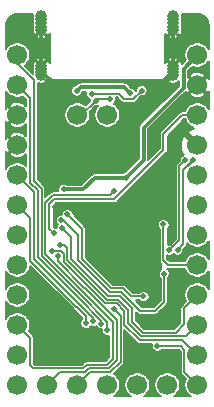
<source format=gbl>
G04 #@! TF.GenerationSoftware,KiCad,Pcbnew,(5.1.6)-1*
G04 #@! TF.CreationDate,2020-10-17T23:14:51+08:00*
G04 #@! TF.ProjectId,Alvaro,416c7661-726f-42e6-9b69-6361645f7063,C*
G04 #@! TF.SameCoordinates,Original*
G04 #@! TF.FileFunction,Copper,L2,Bot*
G04 #@! TF.FilePolarity,Positive*
%FSLAX46Y46*%
G04 Gerber Fmt 4.6, Leading zero omitted, Abs format (unit mm)*
G04 Created by KiCad (PCBNEW (5.1.6)-1) date 2020-10-17 23:14:51*
%MOMM*%
%LPD*%
G01*
G04 APERTURE LIST*
G04 #@! TA.AperFunction,ComponentPad*
%ADD10C,1.000000*%
G04 #@! TD*
G04 #@! TA.AperFunction,ComponentPad*
%ADD11C,1.700000*%
G04 #@! TD*
G04 #@! TA.AperFunction,ViaPad*
%ADD12C,0.500000*%
G04 #@! TD*
G04 #@! TA.AperFunction,Conductor*
%ADD13C,0.310000*%
G04 #@! TD*
G04 #@! TA.AperFunction,Conductor*
%ADD14C,0.160000*%
G04 #@! TD*
G04 #@! TA.AperFunction,Conductor*
%ADD15C,0.254000*%
G04 #@! TD*
G04 APERTURE END LIST*
D10*
X24424400Y-23973200D03*
X24424700Y-24252600D03*
X24424700Y-24557400D03*
X24424700Y-24900300D03*
X24424700Y-25192400D03*
X35575300Y-24570100D03*
X35575300Y-24265300D03*
X35575000Y-23985900D03*
X35575300Y-25205100D03*
X35575300Y-24913000D03*
X35575300Y-28735700D03*
X35575600Y-28219000D03*
X35575600Y-28981000D03*
X35575600Y-28481700D03*
X24425000Y-28481700D03*
X24425000Y-28981000D03*
X24425000Y-28219000D03*
X24424700Y-28735700D03*
D11*
X24920000Y-55240000D03*
X27460000Y-55240000D03*
X30000000Y-55240000D03*
X32540000Y-55240000D03*
X35080000Y-55240000D03*
X22380000Y-27300000D03*
X22380000Y-29840000D03*
X22380000Y-32380000D03*
X22380000Y-34920000D03*
X22380000Y-37460000D03*
X22380000Y-40000000D03*
X22380000Y-42540000D03*
X22380000Y-45080000D03*
X22380000Y-47620000D03*
X22380000Y-50160000D03*
X22380000Y-52700000D03*
X22380000Y-55240000D03*
X37620000Y-55240000D03*
X37620000Y-52700000D03*
X37620000Y-50160000D03*
X37620000Y-47620000D03*
X37620000Y-45080000D03*
X37620000Y-42540000D03*
X37620000Y-40000000D03*
X37620000Y-37460000D03*
X37620000Y-34920000D03*
X37620000Y-32380000D03*
X37620000Y-29840000D03*
X37620000Y-27300000D03*
X30000000Y-32380000D03*
X27460000Y-32380000D03*
D12*
X32144943Y-38744456D03*
X25584999Y-40150000D03*
X33050000Y-48370003D03*
X35599993Y-42600000D03*
X36800000Y-43850000D03*
X24100000Y-51550000D03*
X24100000Y-50450000D03*
X24100000Y-52650000D03*
X27600000Y-34000000D03*
X36000000Y-49150000D03*
X36200000Y-47500000D03*
X23450000Y-46500000D03*
X35900000Y-53300000D03*
X35575000Y-27225000D03*
X35575000Y-26175000D03*
X24425000Y-27225000D03*
X24425000Y-26200000D03*
X32125000Y-52450000D03*
X32900000Y-49925000D03*
X29775000Y-52900000D03*
X29800000Y-51400000D03*
X24125000Y-49300000D03*
X26500000Y-37650000D03*
X32200000Y-33700000D03*
X33700000Y-34550000D03*
X32200000Y-35100000D03*
X29825000Y-34025000D03*
X24425000Y-32225000D03*
X25775000Y-32225000D03*
X24650000Y-36000000D03*
X27700000Y-35900000D03*
X34450000Y-29925000D03*
X25450555Y-42400555D03*
X34735854Y-41614146D03*
X26150526Y-41910000D03*
X25968156Y-43369947D03*
X25309999Y-43859999D03*
X34229687Y-51929687D03*
X30541118Y-38841118D03*
X34803589Y-45796411D03*
X26110002Y-41251244D03*
X33050000Y-47710000D03*
X26600002Y-40778701D03*
X28182768Y-50012814D03*
X28814335Y-49821175D03*
X29488133Y-50042411D03*
X29999970Y-50600000D03*
X35250000Y-43800000D03*
X36561916Y-36211916D03*
X35942965Y-43800000D03*
X37221721Y-36195808D03*
X25800000Y-44350000D03*
X30250000Y-31050000D03*
X29000000Y-31150000D03*
X26300000Y-38678306D03*
X31579943Y-37700000D03*
X30555889Y-48819111D03*
X28670961Y-30577868D03*
X32923168Y-30309945D03*
X27425000Y-30325000D03*
X31944344Y-30530656D03*
D13*
X32144943Y-38744456D02*
X31254388Y-39635011D01*
X32144943Y-38744456D02*
X33244700Y-37644700D01*
X33244700Y-37644700D02*
X35969399Y-34920000D01*
X30739399Y-40150000D02*
X32144943Y-38744456D01*
X25584999Y-40150000D02*
X30739399Y-40150000D01*
X35599993Y-41642083D02*
X35599993Y-42600000D01*
X33226199Y-48370003D02*
X34170853Y-47425349D01*
X34170853Y-47425349D02*
X34170853Y-41342945D01*
X33050000Y-48370003D02*
X33226199Y-48370003D01*
X34464653Y-41049145D02*
X35007055Y-41049145D01*
X35007055Y-41049145D02*
X35599993Y-41642083D01*
X34170853Y-41342945D02*
X34464653Y-41049145D01*
X25266453Y-29490010D02*
X24424400Y-28647957D01*
X24424400Y-28647957D02*
X24424400Y-23973200D01*
X34733547Y-29490010D02*
X25266453Y-29490010D01*
X35575000Y-28648557D02*
X34733547Y-29490010D01*
X35575000Y-23985900D02*
X35575000Y-28648557D01*
D14*
X36320000Y-32380000D02*
X37620000Y-32380000D01*
X34737601Y-35337601D02*
X34737601Y-33962399D01*
X34737601Y-33962399D02*
X36320000Y-32380000D01*
X25094999Y-42044999D02*
X25094999Y-39914798D01*
X25450555Y-42400555D02*
X25094999Y-42044999D01*
X25094999Y-39914798D02*
X25521481Y-39488316D01*
X25521481Y-39488316D02*
X30586886Y-39488316D01*
X30586886Y-39488316D02*
X34737601Y-35337601D01*
X34735854Y-44011056D02*
X34735854Y-41614146D01*
X37620000Y-45080000D02*
X35155000Y-45080000D01*
X34735854Y-44660854D02*
X34735854Y-44011056D01*
X35155000Y-45080000D02*
X34735854Y-44660854D01*
X36500000Y-48740000D02*
X37620000Y-47620000D01*
X30090588Y-47689090D02*
X31056194Y-47689090D01*
X26930019Y-43525695D02*
X26930019Y-44528521D01*
X26930019Y-44528521D02*
X30090588Y-47689090D01*
X32090018Y-48722914D02*
X32090018Y-49884894D01*
X32090018Y-49884894D02*
X33004790Y-50799666D01*
X33004790Y-50799666D02*
X35800334Y-50799666D01*
X35800334Y-50799666D02*
X36500000Y-50100000D01*
X36500000Y-50100000D02*
X36500000Y-48740000D01*
X31056194Y-47689090D02*
X32090018Y-48722914D01*
X26930019Y-42689493D02*
X26150526Y-41910000D01*
X26930019Y-43330019D02*
X26930019Y-42689493D01*
X26930019Y-43525695D02*
X26930019Y-43330019D01*
X26610010Y-43658248D02*
X26321709Y-43369947D01*
X26610011Y-44661075D02*
X26610010Y-43658248D01*
X30923642Y-48009100D02*
X29958036Y-48009100D01*
X29958036Y-48009100D02*
X26610011Y-44661075D01*
X36660324Y-51119676D02*
X32872238Y-51119676D01*
X26321709Y-43369947D02*
X25968156Y-43369947D01*
X32872238Y-51119676D02*
X31770010Y-50017448D01*
X31770009Y-48855467D02*
X30923642Y-48009100D01*
X37620000Y-50160000D02*
X36660324Y-51119676D01*
X31770010Y-50017448D02*
X31770009Y-48855467D01*
X25309999Y-43859999D02*
X25309999Y-43859999D01*
X36359686Y-51439686D02*
X37620000Y-52700000D01*
X32739686Y-51439686D02*
X36359686Y-51439686D01*
X31450000Y-50150000D02*
X32739686Y-51439686D01*
X31450000Y-48988020D02*
X31450000Y-50150000D01*
X30791090Y-48329110D02*
X31450000Y-48988020D01*
X29825484Y-48329110D02*
X30791090Y-48329110D01*
X26290001Y-44793627D02*
X29825484Y-48329110D01*
X26035201Y-43859999D02*
X26290001Y-44114799D01*
X26290001Y-44114799D02*
X26290001Y-44793627D01*
X25309999Y-43859999D02*
X26035201Y-43859999D01*
X34229687Y-51929687D02*
X36229687Y-51929687D01*
X36529999Y-54149999D02*
X37620000Y-55240000D01*
X36529999Y-52229999D02*
X36529999Y-54149999D01*
X36229687Y-51929687D02*
X36529999Y-52229999D01*
X23470001Y-51250001D02*
X22380000Y-50160000D01*
X23729989Y-53829989D02*
X23470001Y-53570001D01*
X27914354Y-47329990D02*
X27921240Y-47329990D01*
X24750040Y-39807195D02*
X24750040Y-44165676D01*
X24750040Y-44165676D02*
X27914354Y-47329990D01*
X28284897Y-53509979D02*
X27964887Y-53829989D01*
X30489970Y-53004906D02*
X29984897Y-53509979D01*
X23470001Y-53570001D02*
X23470001Y-51250001D01*
X27964887Y-53829989D02*
X23729989Y-53829989D01*
X27921240Y-47329990D02*
X30489970Y-49898720D01*
X30489970Y-49898720D02*
X30489970Y-53004906D01*
X29984897Y-53509979D02*
X28284897Y-53509979D01*
X24750040Y-39807195D02*
X25388929Y-39168306D01*
X30213930Y-39168306D02*
X30541118Y-38841118D01*
X25388929Y-39168306D02*
X30213930Y-39168306D01*
X34050000Y-48950000D02*
X32750000Y-48950000D01*
X32750000Y-48930334D02*
X31169666Y-47350000D01*
X31169666Y-47350000D02*
X30204060Y-47350000D01*
X34803589Y-48196411D02*
X34050000Y-48950000D01*
X32750000Y-48950000D02*
X32750000Y-48930334D01*
X34803589Y-45796411D02*
X34803589Y-48196411D01*
X30204060Y-47350000D02*
X27533301Y-44679241D01*
X27533301Y-44679241D02*
X27533301Y-42716699D01*
X27533301Y-42716699D02*
X27533301Y-42567573D01*
X26216972Y-41251244D02*
X26110002Y-41251244D01*
X27533301Y-42567573D02*
X26216972Y-41251244D01*
X33050000Y-47710000D02*
X31982228Y-47710000D01*
X30336612Y-47029990D02*
X27853311Y-44546689D01*
X31982228Y-47710000D02*
X31302218Y-47029990D01*
X31302218Y-47029990D02*
X30336612Y-47029990D01*
X27853311Y-42032010D02*
X26600002Y-40778701D01*
X27853311Y-43296689D02*
X27853311Y-42032010D01*
X27853311Y-44546689D02*
X27853311Y-43296689D01*
X23470002Y-41090002D02*
X23470003Y-44695887D01*
X22380000Y-40000000D02*
X23470002Y-41090002D01*
X23470003Y-44695887D02*
X27384145Y-48610029D01*
X27384145Y-48610029D02*
X27391031Y-48610029D01*
X27391031Y-48610029D02*
X27840501Y-49059499D01*
X28200000Y-49418998D02*
X27840501Y-49059499D01*
X28200000Y-49900000D02*
X28200000Y-49418998D01*
X23790012Y-38870012D02*
X22380000Y-37460000D01*
X23790012Y-44563334D02*
X23790012Y-38870012D01*
X27516697Y-48290019D02*
X23790012Y-44563334D01*
X27523583Y-48290019D02*
X27516697Y-48290019D01*
X28814335Y-49580771D02*
X27523583Y-48290019D01*
X28814335Y-49821175D02*
X28814335Y-49580771D01*
X27656137Y-47970011D02*
X27649250Y-47970010D01*
X24110022Y-38737460D02*
X23470002Y-38097440D01*
X23470002Y-38097440D02*
X23470001Y-30930001D01*
X29488133Y-50042411D02*
X29488133Y-49802007D01*
X27649250Y-47970010D02*
X24110022Y-44430782D01*
X23470001Y-30930001D02*
X22380000Y-29840000D01*
X29488133Y-49802007D02*
X27656137Y-47970011D01*
X24110022Y-44430782D02*
X24110022Y-38737460D01*
X29999970Y-50600000D02*
X29999970Y-49861282D01*
X27788689Y-47650001D02*
X27781803Y-47650001D01*
X24430031Y-38604907D02*
X23790010Y-37964886D01*
X27781803Y-47650001D02*
X24430031Y-44298229D01*
X24430031Y-44298229D02*
X24430031Y-38604907D01*
X23790010Y-37964886D02*
X23790010Y-29411542D01*
X23790010Y-29411542D02*
X22380000Y-28001532D01*
X22380000Y-28001532D02*
X22380000Y-27300000D01*
X29999970Y-49861282D02*
X27788689Y-47650001D01*
X36089993Y-42960007D02*
X35250000Y-43800000D01*
X36561916Y-36211916D02*
X36089993Y-36683839D01*
X36089993Y-36683839D02*
X36089993Y-37289993D01*
X36089993Y-37289993D02*
X36089993Y-42960007D01*
X36410003Y-43332962D02*
X35942965Y-43800000D01*
X36410003Y-43332962D02*
X36410003Y-37439997D01*
X36410003Y-37210003D02*
X36410003Y-37056795D01*
X36410003Y-37439997D02*
X36410003Y-37210003D01*
X36410003Y-37056795D02*
X37266798Y-36200000D01*
X37266798Y-36200000D02*
X37400000Y-36200000D01*
X37051917Y-36414881D02*
X36410003Y-37056795D01*
X37104192Y-36195808D02*
X37051917Y-36248083D01*
X37221721Y-36195808D02*
X37104192Y-36195808D01*
X37221721Y-36245077D02*
X36410003Y-37056795D01*
X37221721Y-36195808D02*
X37221721Y-36245077D01*
X26010001Y-54149999D02*
X24920000Y-55240000D01*
X28086926Y-47050000D02*
X28093812Y-47050000D01*
X28046906Y-47009980D02*
X28086926Y-47050000D01*
X28046906Y-47003094D02*
X28046906Y-47009980D01*
X25800000Y-44756188D02*
X28046906Y-47003094D01*
X28417449Y-53829989D02*
X28097439Y-54149999D01*
X25800000Y-44350000D02*
X25800000Y-44756188D01*
X28093812Y-47050000D02*
X30809980Y-49766168D01*
X30809980Y-49766168D02*
X30809980Y-53137458D01*
X28097439Y-54149999D02*
X26010001Y-54149999D01*
X30809980Y-53137458D02*
X30117449Y-53829989D01*
X30117449Y-53829989D02*
X28417449Y-53829989D01*
X27770000Y-32380000D02*
X27460000Y-32380000D01*
X29000000Y-31150000D02*
X27770000Y-32380000D01*
X29100000Y-31050000D02*
X29000000Y-31150000D01*
X30250000Y-31050000D02*
X29100000Y-31050000D01*
D13*
X26300000Y-38678306D02*
X27971694Y-38678306D01*
X33065001Y-35699177D02*
X33065001Y-33434999D01*
X37620000Y-27300000D02*
X36450000Y-28470000D01*
X36450000Y-28470000D02*
X36450000Y-30050000D01*
X33065001Y-33434999D02*
X36450000Y-30050000D01*
X33065001Y-36214942D02*
X31579943Y-37700000D01*
X33065001Y-35699177D02*
X33065001Y-36214942D01*
X28950000Y-37700000D02*
X27971694Y-38678306D01*
X31579943Y-37700000D02*
X28950000Y-37700000D01*
D14*
X27460000Y-55240000D02*
X28550001Y-54149999D01*
X28550001Y-54149999D02*
X30250001Y-54149999D01*
X30250001Y-54149999D02*
X31129990Y-53270010D01*
X31129990Y-49393212D02*
X30555889Y-48819111D01*
X31129990Y-50745010D02*
X31129990Y-49393212D01*
X31129990Y-50745010D02*
X31129990Y-53270010D01*
X28688830Y-30559999D02*
X28670961Y-30577868D01*
X30959999Y-30559999D02*
X28688830Y-30559999D01*
X31420657Y-31020657D02*
X30959999Y-30559999D01*
X32923168Y-30309945D02*
X32212456Y-31020657D01*
X32212456Y-31020657D02*
X31420657Y-31020657D01*
D13*
X31426555Y-30012867D02*
X31944344Y-30530656D01*
X27425000Y-30325000D02*
X27737133Y-30012867D01*
X27737133Y-30012867D02*
X31426555Y-30012867D01*
D14*
G36*
X32502300Y-51654849D02*
G01*
X32512317Y-51667055D01*
X32524522Y-51677071D01*
X32524525Y-51677074D01*
X32561042Y-51707043D01*
X32599771Y-51727744D01*
X32616635Y-51736758D01*
X32676955Y-51755056D01*
X32723968Y-51759686D01*
X32723972Y-51759686D01*
X32739685Y-51761234D01*
X32755398Y-51759686D01*
X33769731Y-51759686D01*
X33758517Y-51786759D01*
X33739687Y-51881426D01*
X33739687Y-51977948D01*
X33758517Y-52072615D01*
X33795455Y-52161789D01*
X33849079Y-52242044D01*
X33917330Y-52310295D01*
X33997585Y-52363919D01*
X34086759Y-52400857D01*
X34181426Y-52419687D01*
X34277948Y-52419687D01*
X34372615Y-52400857D01*
X34461789Y-52363919D01*
X34542044Y-52310295D01*
X34602652Y-52249687D01*
X36097139Y-52249687D01*
X36209999Y-52362547D01*
X36210000Y-54134276D01*
X36208451Y-54149999D01*
X36211453Y-54180475D01*
X36214630Y-54212730D01*
X36232928Y-54273050D01*
X36262642Y-54328641D01*
X36287965Y-54359497D01*
X36302631Y-54377368D01*
X36314840Y-54387387D01*
X36653202Y-54725750D01*
X36571888Y-54922059D01*
X36530000Y-55132644D01*
X36530000Y-55347356D01*
X36571888Y-55557941D01*
X36654055Y-55756309D01*
X36773342Y-55934834D01*
X36925166Y-56086658D01*
X37087311Y-56195000D01*
X35612689Y-56195000D01*
X35774834Y-56086658D01*
X35926658Y-55934834D01*
X36045945Y-55756309D01*
X36128112Y-55557941D01*
X36170000Y-55347356D01*
X36170000Y-55132644D01*
X36128112Y-54922059D01*
X36045945Y-54723691D01*
X35926658Y-54545166D01*
X35774834Y-54393342D01*
X35596309Y-54274055D01*
X35397941Y-54191888D01*
X35187356Y-54150000D01*
X34972644Y-54150000D01*
X34762059Y-54191888D01*
X34563691Y-54274055D01*
X34385166Y-54393342D01*
X34233342Y-54545166D01*
X34114055Y-54723691D01*
X34031888Y-54922059D01*
X33990000Y-55132644D01*
X33990000Y-55347356D01*
X34031888Y-55557941D01*
X34114055Y-55756309D01*
X34233342Y-55934834D01*
X34385166Y-56086658D01*
X34547311Y-56195000D01*
X33072689Y-56195000D01*
X33234834Y-56086658D01*
X33386658Y-55934834D01*
X33505945Y-55756309D01*
X33588112Y-55557941D01*
X33630000Y-55347356D01*
X33630000Y-55132644D01*
X33588112Y-54922059D01*
X33505945Y-54723691D01*
X33386658Y-54545166D01*
X33234834Y-54393342D01*
X33056309Y-54274055D01*
X32857941Y-54191888D01*
X32647356Y-54150000D01*
X32432644Y-54150000D01*
X32222059Y-54191888D01*
X32023691Y-54274055D01*
X31845166Y-54393342D01*
X31693342Y-54545166D01*
X31574055Y-54723691D01*
X31491888Y-54922059D01*
X31450000Y-55132644D01*
X31450000Y-55347356D01*
X31491888Y-55557941D01*
X31574055Y-55756309D01*
X31693342Y-55934834D01*
X31845166Y-56086658D01*
X32007311Y-56195000D01*
X30532689Y-56195000D01*
X30694834Y-56086658D01*
X30846658Y-55934834D01*
X30965945Y-55756309D01*
X31048112Y-55557941D01*
X31090000Y-55347356D01*
X31090000Y-55132644D01*
X31048112Y-54922059D01*
X30965945Y-54723691D01*
X30846658Y-54545166D01*
X30694834Y-54393342D01*
X30553585Y-54298962D01*
X31345153Y-53507396D01*
X31357359Y-53497379D01*
X31367378Y-53485171D01*
X31397347Y-53448654D01*
X31427061Y-53393062D01*
X31427062Y-53393061D01*
X31445360Y-53332741D01*
X31449990Y-53285728D01*
X31449990Y-53285724D01*
X31451538Y-53270011D01*
X31449990Y-53254298D01*
X31449990Y-50602537D01*
X32502300Y-51654849D01*
G37*
X32502300Y-51654849D02*
X32512317Y-51667055D01*
X32524522Y-51677071D01*
X32524525Y-51677074D01*
X32561042Y-51707043D01*
X32599771Y-51727744D01*
X32616635Y-51736758D01*
X32676955Y-51755056D01*
X32723968Y-51759686D01*
X32723972Y-51759686D01*
X32739685Y-51761234D01*
X32755398Y-51759686D01*
X33769731Y-51759686D01*
X33758517Y-51786759D01*
X33739687Y-51881426D01*
X33739687Y-51977948D01*
X33758517Y-52072615D01*
X33795455Y-52161789D01*
X33849079Y-52242044D01*
X33917330Y-52310295D01*
X33997585Y-52363919D01*
X34086759Y-52400857D01*
X34181426Y-52419687D01*
X34277948Y-52419687D01*
X34372615Y-52400857D01*
X34461789Y-52363919D01*
X34542044Y-52310295D01*
X34602652Y-52249687D01*
X36097139Y-52249687D01*
X36209999Y-52362547D01*
X36210000Y-54134276D01*
X36208451Y-54149999D01*
X36211453Y-54180475D01*
X36214630Y-54212730D01*
X36232928Y-54273050D01*
X36262642Y-54328641D01*
X36287965Y-54359497D01*
X36302631Y-54377368D01*
X36314840Y-54387387D01*
X36653202Y-54725750D01*
X36571888Y-54922059D01*
X36530000Y-55132644D01*
X36530000Y-55347356D01*
X36571888Y-55557941D01*
X36654055Y-55756309D01*
X36773342Y-55934834D01*
X36925166Y-56086658D01*
X37087311Y-56195000D01*
X35612689Y-56195000D01*
X35774834Y-56086658D01*
X35926658Y-55934834D01*
X36045945Y-55756309D01*
X36128112Y-55557941D01*
X36170000Y-55347356D01*
X36170000Y-55132644D01*
X36128112Y-54922059D01*
X36045945Y-54723691D01*
X35926658Y-54545166D01*
X35774834Y-54393342D01*
X35596309Y-54274055D01*
X35397941Y-54191888D01*
X35187356Y-54150000D01*
X34972644Y-54150000D01*
X34762059Y-54191888D01*
X34563691Y-54274055D01*
X34385166Y-54393342D01*
X34233342Y-54545166D01*
X34114055Y-54723691D01*
X34031888Y-54922059D01*
X33990000Y-55132644D01*
X33990000Y-55347356D01*
X34031888Y-55557941D01*
X34114055Y-55756309D01*
X34233342Y-55934834D01*
X34385166Y-56086658D01*
X34547311Y-56195000D01*
X33072689Y-56195000D01*
X33234834Y-56086658D01*
X33386658Y-55934834D01*
X33505945Y-55756309D01*
X33588112Y-55557941D01*
X33630000Y-55347356D01*
X33630000Y-55132644D01*
X33588112Y-54922059D01*
X33505945Y-54723691D01*
X33386658Y-54545166D01*
X33234834Y-54393342D01*
X33056309Y-54274055D01*
X32857941Y-54191888D01*
X32647356Y-54150000D01*
X32432644Y-54150000D01*
X32222059Y-54191888D01*
X32023691Y-54274055D01*
X31845166Y-54393342D01*
X31693342Y-54545166D01*
X31574055Y-54723691D01*
X31491888Y-54922059D01*
X31450000Y-55132644D01*
X31450000Y-55347356D01*
X31491888Y-55557941D01*
X31574055Y-55756309D01*
X31693342Y-55934834D01*
X31845166Y-56086658D01*
X32007311Y-56195000D01*
X30532689Y-56195000D01*
X30694834Y-56086658D01*
X30846658Y-55934834D01*
X30965945Y-55756309D01*
X31048112Y-55557941D01*
X31090000Y-55347356D01*
X31090000Y-55132644D01*
X31048112Y-54922059D01*
X30965945Y-54723691D01*
X30846658Y-54545166D01*
X30694834Y-54393342D01*
X30553585Y-54298962D01*
X31345153Y-53507396D01*
X31357359Y-53497379D01*
X31367378Y-53485171D01*
X31397347Y-53448654D01*
X31427061Y-53393062D01*
X31427062Y-53393061D01*
X31445360Y-53332741D01*
X31449990Y-53285728D01*
X31449990Y-53285724D01*
X31451538Y-53270011D01*
X31449990Y-53254298D01*
X31449990Y-50602537D01*
X32502300Y-51654849D01*
G36*
X27146755Y-48825187D02*
G01*
X27156776Y-48837398D01*
X27168985Y-48847417D01*
X27205502Y-48877386D01*
X27206230Y-48877775D01*
X27625341Y-49296887D01*
X27625346Y-49296891D01*
X27880001Y-49551547D01*
X27880001Y-49625799D01*
X27870411Y-49632206D01*
X27802160Y-49700457D01*
X27748536Y-49780712D01*
X27711598Y-49869886D01*
X27692768Y-49964553D01*
X27692768Y-50061075D01*
X27711598Y-50155742D01*
X27748536Y-50244916D01*
X27802160Y-50325171D01*
X27870411Y-50393422D01*
X27950666Y-50447046D01*
X28039840Y-50483984D01*
X28134507Y-50502814D01*
X28231029Y-50502814D01*
X28325696Y-50483984D01*
X28414870Y-50447046D01*
X28495125Y-50393422D01*
X28563376Y-50325171D01*
X28603973Y-50264412D01*
X28671407Y-50292345D01*
X28766074Y-50311175D01*
X28862596Y-50311175D01*
X28957263Y-50292345D01*
X29046053Y-50255566D01*
X29053901Y-50274513D01*
X29107525Y-50354768D01*
X29175776Y-50423019D01*
X29256031Y-50476643D01*
X29345205Y-50513581D01*
X29439872Y-50532411D01*
X29513814Y-50532411D01*
X29509970Y-50551739D01*
X29509970Y-50648261D01*
X29528800Y-50742928D01*
X29565738Y-50832102D01*
X29619362Y-50912357D01*
X29687613Y-50980608D01*
X29767868Y-51034232D01*
X29857042Y-51071170D01*
X29951709Y-51090000D01*
X30048231Y-51090000D01*
X30142898Y-51071170D01*
X30169970Y-51059956D01*
X30169971Y-52872357D01*
X29852350Y-53189979D01*
X28300602Y-53189979D01*
X28284896Y-53188432D01*
X28269190Y-53189979D01*
X28269179Y-53189979D01*
X28222166Y-53194609D01*
X28161846Y-53212907D01*
X28155482Y-53216309D01*
X28106253Y-53242622D01*
X28069736Y-53272591D01*
X28069733Y-53272594D01*
X28057528Y-53282610D01*
X28047511Y-53294816D01*
X27832339Y-53509989D01*
X23862537Y-53509989D01*
X23790001Y-53437454D01*
X23790001Y-51265713D01*
X23791549Y-51250000D01*
X23790001Y-51234283D01*
X23785371Y-51187270D01*
X23767073Y-51126950D01*
X23747322Y-51090000D01*
X23737358Y-51071358D01*
X23707389Y-51034840D01*
X23707386Y-51034837D01*
X23697370Y-51022632D01*
X23685164Y-51012615D01*
X23346798Y-50674250D01*
X23428112Y-50477941D01*
X23470000Y-50267356D01*
X23470000Y-50052644D01*
X23428112Y-49842059D01*
X23345945Y-49643691D01*
X23226658Y-49465166D01*
X23074834Y-49313342D01*
X22896309Y-49194055D01*
X22697941Y-49111888D01*
X22487356Y-49070000D01*
X22272644Y-49070000D01*
X22062059Y-49111888D01*
X21863691Y-49194055D01*
X21685166Y-49313342D01*
X21533342Y-49465166D01*
X21425000Y-49627311D01*
X21425000Y-48152689D01*
X21533342Y-48314834D01*
X21685166Y-48466658D01*
X21863691Y-48585945D01*
X22062059Y-48668112D01*
X22272644Y-48710000D01*
X22487356Y-48710000D01*
X22697941Y-48668112D01*
X22896309Y-48585945D01*
X23074834Y-48466658D01*
X23226658Y-48314834D01*
X23345945Y-48136309D01*
X23428112Y-47937941D01*
X23470000Y-47727356D01*
X23470000Y-47512644D01*
X23428112Y-47302059D01*
X23345945Y-47103691D01*
X23226658Y-46925166D01*
X23074834Y-46773342D01*
X22896309Y-46654055D01*
X22697941Y-46571888D01*
X22487356Y-46530000D01*
X22272644Y-46530000D01*
X22062059Y-46571888D01*
X21863691Y-46654055D01*
X21685166Y-46773342D01*
X21533342Y-46925166D01*
X21425000Y-47087311D01*
X21425000Y-45612689D01*
X21533342Y-45774834D01*
X21685166Y-45926658D01*
X21863691Y-46045945D01*
X22062059Y-46128112D01*
X22272644Y-46170000D01*
X22487356Y-46170000D01*
X22697941Y-46128112D01*
X22896309Y-46045945D01*
X23074834Y-45926658D01*
X23226658Y-45774834D01*
X23345945Y-45596309D01*
X23428112Y-45397941D01*
X23470000Y-45187356D01*
X23470000Y-45148431D01*
X27146755Y-48825187D01*
G37*
X27146755Y-48825187D02*
X27156776Y-48837398D01*
X27168985Y-48847417D01*
X27205502Y-48877386D01*
X27206230Y-48877775D01*
X27625341Y-49296887D01*
X27625346Y-49296891D01*
X27880001Y-49551547D01*
X27880001Y-49625799D01*
X27870411Y-49632206D01*
X27802160Y-49700457D01*
X27748536Y-49780712D01*
X27711598Y-49869886D01*
X27692768Y-49964553D01*
X27692768Y-50061075D01*
X27711598Y-50155742D01*
X27748536Y-50244916D01*
X27802160Y-50325171D01*
X27870411Y-50393422D01*
X27950666Y-50447046D01*
X28039840Y-50483984D01*
X28134507Y-50502814D01*
X28231029Y-50502814D01*
X28325696Y-50483984D01*
X28414870Y-50447046D01*
X28495125Y-50393422D01*
X28563376Y-50325171D01*
X28603973Y-50264412D01*
X28671407Y-50292345D01*
X28766074Y-50311175D01*
X28862596Y-50311175D01*
X28957263Y-50292345D01*
X29046053Y-50255566D01*
X29053901Y-50274513D01*
X29107525Y-50354768D01*
X29175776Y-50423019D01*
X29256031Y-50476643D01*
X29345205Y-50513581D01*
X29439872Y-50532411D01*
X29513814Y-50532411D01*
X29509970Y-50551739D01*
X29509970Y-50648261D01*
X29528800Y-50742928D01*
X29565738Y-50832102D01*
X29619362Y-50912357D01*
X29687613Y-50980608D01*
X29767868Y-51034232D01*
X29857042Y-51071170D01*
X29951709Y-51090000D01*
X30048231Y-51090000D01*
X30142898Y-51071170D01*
X30169970Y-51059956D01*
X30169971Y-52872357D01*
X29852350Y-53189979D01*
X28300602Y-53189979D01*
X28284896Y-53188432D01*
X28269190Y-53189979D01*
X28269179Y-53189979D01*
X28222166Y-53194609D01*
X28161846Y-53212907D01*
X28155482Y-53216309D01*
X28106253Y-53242622D01*
X28069736Y-53272591D01*
X28069733Y-53272594D01*
X28057528Y-53282610D01*
X28047511Y-53294816D01*
X27832339Y-53509989D01*
X23862537Y-53509989D01*
X23790001Y-53437454D01*
X23790001Y-51265713D01*
X23791549Y-51250000D01*
X23790001Y-51234283D01*
X23785371Y-51187270D01*
X23767073Y-51126950D01*
X23747322Y-51090000D01*
X23737358Y-51071358D01*
X23707389Y-51034840D01*
X23707386Y-51034837D01*
X23697370Y-51022632D01*
X23685164Y-51012615D01*
X23346798Y-50674250D01*
X23428112Y-50477941D01*
X23470000Y-50267356D01*
X23470000Y-50052644D01*
X23428112Y-49842059D01*
X23345945Y-49643691D01*
X23226658Y-49465166D01*
X23074834Y-49313342D01*
X22896309Y-49194055D01*
X22697941Y-49111888D01*
X22487356Y-49070000D01*
X22272644Y-49070000D01*
X22062059Y-49111888D01*
X21863691Y-49194055D01*
X21685166Y-49313342D01*
X21533342Y-49465166D01*
X21425000Y-49627311D01*
X21425000Y-48152689D01*
X21533342Y-48314834D01*
X21685166Y-48466658D01*
X21863691Y-48585945D01*
X22062059Y-48668112D01*
X22272644Y-48710000D01*
X22487356Y-48710000D01*
X22697941Y-48668112D01*
X22896309Y-48585945D01*
X23074834Y-48466658D01*
X23226658Y-48314834D01*
X23345945Y-48136309D01*
X23428112Y-47937941D01*
X23470000Y-47727356D01*
X23470000Y-47512644D01*
X23428112Y-47302059D01*
X23345945Y-47103691D01*
X23226658Y-46925166D01*
X23074834Y-46773342D01*
X22896309Y-46654055D01*
X22697941Y-46571888D01*
X22487356Y-46530000D01*
X22272644Y-46530000D01*
X22062059Y-46571888D01*
X21863691Y-46654055D01*
X21685166Y-46773342D01*
X21533342Y-46925166D01*
X21425000Y-47087311D01*
X21425000Y-45612689D01*
X21533342Y-45774834D01*
X21685166Y-45926658D01*
X21863691Y-46045945D01*
X22062059Y-46128112D01*
X22272644Y-46170000D01*
X22487356Y-46170000D01*
X22697941Y-46128112D01*
X22896309Y-46045945D01*
X23074834Y-45926658D01*
X23226658Y-45774834D01*
X23345945Y-45596309D01*
X23428112Y-45397941D01*
X23470000Y-45187356D01*
X23470000Y-45148431D01*
X27146755Y-48825187D01*
G36*
X35092269Y-45395370D02*
G01*
X35139282Y-45400000D01*
X35139287Y-45400000D01*
X35155000Y-45401548D01*
X35170713Y-45400000D01*
X36572741Y-45400000D01*
X36654055Y-45596309D01*
X36773342Y-45774834D01*
X36925166Y-45926658D01*
X37103691Y-46045945D01*
X37302059Y-46128112D01*
X37512644Y-46170000D01*
X37727356Y-46170000D01*
X37937941Y-46128112D01*
X38136309Y-46045945D01*
X38314834Y-45926658D01*
X38466658Y-45774834D01*
X38575000Y-45612689D01*
X38575000Y-47087311D01*
X38466658Y-46925166D01*
X38314834Y-46773342D01*
X38136309Y-46654055D01*
X37937941Y-46571888D01*
X37727356Y-46530000D01*
X37512644Y-46530000D01*
X37302059Y-46571888D01*
X37103691Y-46654055D01*
X36925166Y-46773342D01*
X36773342Y-46925166D01*
X36654055Y-47103691D01*
X36571888Y-47302059D01*
X36530000Y-47512644D01*
X36530000Y-47727356D01*
X36571888Y-47937941D01*
X36653202Y-48134250D01*
X36284843Y-48502610D01*
X36272632Y-48512631D01*
X36262612Y-48524841D01*
X36232643Y-48561358D01*
X36209109Y-48605387D01*
X36202929Y-48616949D01*
X36184631Y-48677269D01*
X36181684Y-48707196D01*
X36178452Y-48740000D01*
X36180001Y-48755723D01*
X36180000Y-49967452D01*
X35667787Y-50479666D01*
X33137338Y-50479666D01*
X32410018Y-49752347D01*
X32410018Y-49042900D01*
X32467580Y-49100462D01*
X32482643Y-49128642D01*
X32513172Y-49165843D01*
X32522631Y-49177369D01*
X32571358Y-49217357D01*
X32626949Y-49247072D01*
X32687269Y-49265370D01*
X32750000Y-49271548D01*
X32765718Y-49270000D01*
X34034287Y-49270000D01*
X34050000Y-49271548D01*
X34065713Y-49270000D01*
X34065718Y-49270000D01*
X34112731Y-49265370D01*
X34173051Y-49247072D01*
X34228642Y-49217357D01*
X34277369Y-49177369D01*
X34287394Y-49165153D01*
X35018747Y-48433801D01*
X35030958Y-48423780D01*
X35057170Y-48391840D01*
X35070946Y-48375054D01*
X35088255Y-48342672D01*
X35100661Y-48319462D01*
X35118959Y-48259142D01*
X35123589Y-48212129D01*
X35123589Y-48212127D01*
X35125137Y-48196411D01*
X35123589Y-48180695D01*
X35123589Y-46169376D01*
X35184197Y-46108768D01*
X35237821Y-46028513D01*
X35274759Y-45939339D01*
X35293589Y-45844672D01*
X35293589Y-45748150D01*
X35274759Y-45653483D01*
X35237821Y-45564309D01*
X35184197Y-45484054D01*
X35115946Y-45415803D01*
X35079625Y-45391535D01*
X35092269Y-45395370D01*
G37*
X35092269Y-45395370D02*
X35139282Y-45400000D01*
X35139287Y-45400000D01*
X35155000Y-45401548D01*
X35170713Y-45400000D01*
X36572741Y-45400000D01*
X36654055Y-45596309D01*
X36773342Y-45774834D01*
X36925166Y-45926658D01*
X37103691Y-46045945D01*
X37302059Y-46128112D01*
X37512644Y-46170000D01*
X37727356Y-46170000D01*
X37937941Y-46128112D01*
X38136309Y-46045945D01*
X38314834Y-45926658D01*
X38466658Y-45774834D01*
X38575000Y-45612689D01*
X38575000Y-47087311D01*
X38466658Y-46925166D01*
X38314834Y-46773342D01*
X38136309Y-46654055D01*
X37937941Y-46571888D01*
X37727356Y-46530000D01*
X37512644Y-46530000D01*
X37302059Y-46571888D01*
X37103691Y-46654055D01*
X36925166Y-46773342D01*
X36773342Y-46925166D01*
X36654055Y-47103691D01*
X36571888Y-47302059D01*
X36530000Y-47512644D01*
X36530000Y-47727356D01*
X36571888Y-47937941D01*
X36653202Y-48134250D01*
X36284843Y-48502610D01*
X36272632Y-48512631D01*
X36262612Y-48524841D01*
X36232643Y-48561358D01*
X36209109Y-48605387D01*
X36202929Y-48616949D01*
X36184631Y-48677269D01*
X36181684Y-48707196D01*
X36178452Y-48740000D01*
X36180001Y-48755723D01*
X36180000Y-49967452D01*
X35667787Y-50479666D01*
X33137338Y-50479666D01*
X32410018Y-49752347D01*
X32410018Y-49042900D01*
X32467580Y-49100462D01*
X32482643Y-49128642D01*
X32513172Y-49165843D01*
X32522631Y-49177369D01*
X32571358Y-49217357D01*
X32626949Y-49247072D01*
X32687269Y-49265370D01*
X32750000Y-49271548D01*
X32765718Y-49270000D01*
X34034287Y-49270000D01*
X34050000Y-49271548D01*
X34065713Y-49270000D01*
X34065718Y-49270000D01*
X34112731Y-49265370D01*
X34173051Y-49247072D01*
X34228642Y-49217357D01*
X34277369Y-49177369D01*
X34287394Y-49165153D01*
X35018747Y-48433801D01*
X35030958Y-48423780D01*
X35057170Y-48391840D01*
X35070946Y-48375054D01*
X35088255Y-48342672D01*
X35100661Y-48319462D01*
X35118959Y-48259142D01*
X35123589Y-48212129D01*
X35123589Y-48212127D01*
X35125137Y-48196411D01*
X35123589Y-48180695D01*
X35123589Y-46169376D01*
X35184197Y-46108768D01*
X35237821Y-46028513D01*
X35274759Y-45939339D01*
X35293589Y-45844672D01*
X35293589Y-45748150D01*
X35274759Y-45653483D01*
X35237821Y-45564309D01*
X35184197Y-45484054D01*
X35115946Y-45415803D01*
X35079625Y-45391535D01*
X35092269Y-45395370D01*
G36*
X38575000Y-44547311D02*
G01*
X38466658Y-44385166D01*
X38314834Y-44233342D01*
X38136309Y-44114055D01*
X37937941Y-44031888D01*
X37727356Y-43990000D01*
X37512644Y-43990000D01*
X37302059Y-44031888D01*
X37103691Y-44114055D01*
X36925166Y-44233342D01*
X36773342Y-44385166D01*
X36654055Y-44563691D01*
X36572741Y-44760000D01*
X35287548Y-44760000D01*
X35055854Y-44528307D01*
X35055854Y-44249954D01*
X35107072Y-44271170D01*
X35201739Y-44290000D01*
X35298261Y-44290000D01*
X35392928Y-44271170D01*
X35482102Y-44234232D01*
X35562357Y-44180608D01*
X35596483Y-44146483D01*
X35630608Y-44180608D01*
X35710863Y-44234232D01*
X35800037Y-44271170D01*
X35894704Y-44290000D01*
X35991226Y-44290000D01*
X36085893Y-44271170D01*
X36175067Y-44234232D01*
X36255322Y-44180608D01*
X36323573Y-44112357D01*
X36377197Y-44032102D01*
X36414135Y-43942928D01*
X36432965Y-43848261D01*
X36432965Y-43762548D01*
X36625167Y-43570347D01*
X36637372Y-43560331D01*
X36647391Y-43548123D01*
X36677360Y-43511606D01*
X36707074Y-43456014D01*
X36707075Y-43456013D01*
X36725373Y-43395693D01*
X36730003Y-43348680D01*
X36730003Y-43348669D01*
X36731550Y-43332963D01*
X36730003Y-43317257D01*
X36730003Y-43169973D01*
X36773342Y-43234834D01*
X36925166Y-43386658D01*
X37103691Y-43505945D01*
X37302059Y-43588112D01*
X37512644Y-43630000D01*
X37727356Y-43630000D01*
X37937941Y-43588112D01*
X38136309Y-43505945D01*
X38314834Y-43386658D01*
X38466658Y-43234834D01*
X38575000Y-43072689D01*
X38575000Y-44547311D01*
G37*
X38575000Y-44547311D02*
X38466658Y-44385166D01*
X38314834Y-44233342D01*
X38136309Y-44114055D01*
X37937941Y-44031888D01*
X37727356Y-43990000D01*
X37512644Y-43990000D01*
X37302059Y-44031888D01*
X37103691Y-44114055D01*
X36925166Y-44233342D01*
X36773342Y-44385166D01*
X36654055Y-44563691D01*
X36572741Y-44760000D01*
X35287548Y-44760000D01*
X35055854Y-44528307D01*
X35055854Y-44249954D01*
X35107072Y-44271170D01*
X35201739Y-44290000D01*
X35298261Y-44290000D01*
X35392928Y-44271170D01*
X35482102Y-44234232D01*
X35562357Y-44180608D01*
X35596483Y-44146483D01*
X35630608Y-44180608D01*
X35710863Y-44234232D01*
X35800037Y-44271170D01*
X35894704Y-44290000D01*
X35991226Y-44290000D01*
X36085893Y-44271170D01*
X36175067Y-44234232D01*
X36255322Y-44180608D01*
X36323573Y-44112357D01*
X36377197Y-44032102D01*
X36414135Y-43942928D01*
X36432965Y-43848261D01*
X36432965Y-43762548D01*
X36625167Y-43570347D01*
X36637372Y-43560331D01*
X36647391Y-43548123D01*
X36677360Y-43511606D01*
X36707074Y-43456014D01*
X36707075Y-43456013D01*
X36725373Y-43395693D01*
X36730003Y-43348680D01*
X36730003Y-43348669D01*
X36731550Y-43332963D01*
X36730003Y-43317257D01*
X36730003Y-43169973D01*
X36773342Y-43234834D01*
X36925166Y-43386658D01*
X37103691Y-43505945D01*
X37302059Y-43588112D01*
X37512644Y-43630000D01*
X37727356Y-43630000D01*
X37937941Y-43588112D01*
X38136309Y-43505945D01*
X38314834Y-43386658D01*
X38466658Y-43234834D01*
X38575000Y-43072689D01*
X38575000Y-44547311D01*
G36*
X34909717Y-29311928D02*
G01*
X34930499Y-29350808D01*
X35038988Y-29404475D01*
X35158221Y-29285242D01*
X35205492Y-29380801D01*
X35263064Y-29406673D01*
X35152125Y-29517612D01*
X35205792Y-29626101D01*
X35338751Y-29685852D01*
X35480812Y-29718515D01*
X35626515Y-29722836D01*
X35770262Y-29698649D01*
X35906528Y-29646883D01*
X35945408Y-29626101D01*
X35999074Y-29517614D01*
X36044547Y-29563087D01*
X36055001Y-29552633D01*
X36055001Y-29886385D01*
X32799413Y-33141974D01*
X32784344Y-33154341D01*
X32734983Y-33214487D01*
X32698304Y-33283108D01*
X32675717Y-33357566D01*
X32668091Y-33434999D01*
X32670002Y-33454403D01*
X32670001Y-35679776D01*
X32670001Y-35679777D01*
X32670002Y-36051327D01*
X31506277Y-37215053D01*
X31437015Y-37228830D01*
X31347841Y-37265768D01*
X31289125Y-37305000D01*
X28969394Y-37305000D01*
X28950000Y-37303090D01*
X28930606Y-37305000D01*
X28930599Y-37305000D01*
X28872567Y-37310716D01*
X28798108Y-37333302D01*
X28729488Y-37369981D01*
X28684411Y-37406974D01*
X28684405Y-37406980D01*
X28669342Y-37419342D01*
X28656980Y-37434405D01*
X27808081Y-38283306D01*
X26590818Y-38283306D01*
X26532102Y-38244074D01*
X26442928Y-38207136D01*
X26348261Y-38188306D01*
X26251739Y-38188306D01*
X26157072Y-38207136D01*
X26067898Y-38244074D01*
X25987643Y-38297698D01*
X25919392Y-38365949D01*
X25865768Y-38446204D01*
X25828830Y-38535378D01*
X25810000Y-38630045D01*
X25810000Y-38726567D01*
X25828830Y-38821234D01*
X25840044Y-38848306D01*
X25404634Y-38848306D01*
X25388928Y-38846759D01*
X25373222Y-38848306D01*
X25373211Y-38848306D01*
X25326198Y-38852936D01*
X25265878Y-38871234D01*
X25249014Y-38880248D01*
X25210285Y-38900949D01*
X25173768Y-38930918D01*
X25173765Y-38930921D01*
X25161560Y-38940937D01*
X25151543Y-38953143D01*
X24750031Y-39354656D01*
X24750031Y-38620619D01*
X24751579Y-38604906D01*
X24750031Y-38589189D01*
X24745401Y-38542176D01*
X24727103Y-38481856D01*
X24718089Y-38464992D01*
X24697388Y-38426263D01*
X24667419Y-38389746D01*
X24667416Y-38389743D01*
X24657400Y-38377538D01*
X24645194Y-38367521D01*
X24110010Y-37832339D01*
X24110010Y-32272644D01*
X26370000Y-32272644D01*
X26370000Y-32487356D01*
X26411888Y-32697941D01*
X26494055Y-32896309D01*
X26613342Y-33074834D01*
X26765166Y-33226658D01*
X26943691Y-33345945D01*
X27142059Y-33428112D01*
X27352644Y-33470000D01*
X27567356Y-33470000D01*
X27777941Y-33428112D01*
X27976309Y-33345945D01*
X28154834Y-33226658D01*
X28306658Y-33074834D01*
X28425945Y-32896309D01*
X28508112Y-32697941D01*
X28550000Y-32487356D01*
X28550000Y-32272644D01*
X28513484Y-32089064D01*
X28962548Y-31640000D01*
X29048261Y-31640000D01*
X29142928Y-31621170D01*
X29232102Y-31584232D01*
X29298925Y-31539583D01*
X29153342Y-31685166D01*
X29034055Y-31863691D01*
X28951888Y-32062059D01*
X28910000Y-32272644D01*
X28910000Y-32487356D01*
X28951888Y-32697941D01*
X29034055Y-32896309D01*
X29153342Y-33074834D01*
X29305166Y-33226658D01*
X29483691Y-33345945D01*
X29682059Y-33428112D01*
X29892644Y-33470000D01*
X30107356Y-33470000D01*
X30317941Y-33428112D01*
X30516309Y-33345945D01*
X30694834Y-33226658D01*
X30846658Y-33074834D01*
X30965945Y-32896309D01*
X31048112Y-32697941D01*
X31090000Y-32487356D01*
X31090000Y-32272644D01*
X31048112Y-32062059D01*
X30965945Y-31863691D01*
X30846658Y-31685166D01*
X30694834Y-31533342D01*
X30551720Y-31437716D01*
X30562357Y-31430608D01*
X30630608Y-31362357D01*
X30684232Y-31282102D01*
X30721170Y-31192928D01*
X30740000Y-31098261D01*
X30740000Y-31001739D01*
X30721170Y-30907072D01*
X30709956Y-30879999D01*
X30827452Y-30879999D01*
X31183267Y-31235815D01*
X31193288Y-31248026D01*
X31216692Y-31267233D01*
X31242014Y-31288014D01*
X31262863Y-31299158D01*
X31297606Y-31317729D01*
X31357926Y-31336027D01*
X31404939Y-31340657D01*
X31404941Y-31340657D01*
X31420657Y-31342205D01*
X31436373Y-31340657D01*
X32196743Y-31340657D01*
X32212456Y-31342205D01*
X32228169Y-31340657D01*
X32228174Y-31340657D01*
X32275187Y-31336027D01*
X32335507Y-31317729D01*
X32391098Y-31288014D01*
X32439825Y-31248026D01*
X32449850Y-31235810D01*
X32885716Y-30799945D01*
X32971429Y-30799945D01*
X33066096Y-30781115D01*
X33155270Y-30744177D01*
X33235525Y-30690553D01*
X33303776Y-30622302D01*
X33357400Y-30542047D01*
X33394338Y-30452873D01*
X33413168Y-30358206D01*
X33413168Y-30261684D01*
X33394338Y-30167017D01*
X33357400Y-30077843D01*
X33303776Y-29997588D01*
X33235525Y-29929337D01*
X33155270Y-29875713D01*
X33066096Y-29838775D01*
X32971429Y-29819945D01*
X32874907Y-29819945D01*
X32780240Y-29838775D01*
X32691066Y-29875713D01*
X32610811Y-29929337D01*
X32542560Y-29997588D01*
X32488936Y-30077843D01*
X32451998Y-30167017D01*
X32433168Y-30261684D01*
X32433168Y-30347397D01*
X32408872Y-30371693D01*
X32378576Y-30298554D01*
X32324952Y-30218299D01*
X32256701Y-30150048D01*
X32176446Y-30096424D01*
X32087272Y-30059486D01*
X32018011Y-30045709D01*
X31719584Y-29747283D01*
X31707213Y-29732209D01*
X31647067Y-29682848D01*
X31578446Y-29646169D01*
X31503988Y-29623583D01*
X31445956Y-29617867D01*
X31445949Y-29617867D01*
X31426555Y-29615957D01*
X31407161Y-29617867D01*
X27756527Y-29617867D01*
X27737133Y-29615957D01*
X27717739Y-29617867D01*
X27717732Y-29617867D01*
X27659700Y-29623583D01*
X27585242Y-29646169D01*
X27516621Y-29682848D01*
X27456475Y-29732209D01*
X27444108Y-29747278D01*
X27351333Y-29840053D01*
X27282072Y-29853830D01*
X27192898Y-29890768D01*
X27112643Y-29944392D01*
X27044392Y-30012643D01*
X26990768Y-30092898D01*
X26953830Y-30182072D01*
X26935000Y-30276739D01*
X26935000Y-30373261D01*
X26953830Y-30467928D01*
X26990768Y-30557102D01*
X27044392Y-30637357D01*
X27112643Y-30705608D01*
X27192898Y-30759232D01*
X27282072Y-30796170D01*
X27376739Y-30815000D01*
X27473261Y-30815000D01*
X27567928Y-30796170D01*
X27657102Y-30759232D01*
X27737357Y-30705608D01*
X27805608Y-30637357D01*
X27859232Y-30557102D01*
X27896170Y-30467928D01*
X27908117Y-30407867D01*
X28211005Y-30407867D01*
X28199791Y-30434940D01*
X28180961Y-30529607D01*
X28180961Y-30626129D01*
X28199791Y-30720796D01*
X28236729Y-30809970D01*
X28290353Y-30890225D01*
X28358604Y-30958476D01*
X28438859Y-31012100D01*
X28521057Y-31046149D01*
X28510000Y-31101739D01*
X28510000Y-31187452D01*
X28159472Y-31537980D01*
X28154834Y-31533342D01*
X27976309Y-31414055D01*
X27777941Y-31331888D01*
X27567356Y-31290000D01*
X27352644Y-31290000D01*
X27142059Y-31331888D01*
X26943691Y-31414055D01*
X26765166Y-31533342D01*
X26613342Y-31685166D01*
X26494055Y-31863691D01*
X26411888Y-32062059D01*
X26370000Y-32272644D01*
X24110010Y-32272644D01*
X24110010Y-29650736D01*
X24188151Y-29685852D01*
X24330212Y-29718515D01*
X24475915Y-29722836D01*
X24619662Y-29698649D01*
X24755928Y-29646883D01*
X24794808Y-29626101D01*
X24848475Y-29517612D01*
X24738828Y-29407965D01*
X24755628Y-29401583D01*
X24794508Y-29380801D01*
X24841977Y-29284840D01*
X24961612Y-29404475D01*
X25070101Y-29350808D01*
X25129852Y-29217849D01*
X25131888Y-29208992D01*
X25135570Y-29221128D01*
X25164820Y-29275851D01*
X25204184Y-29323816D01*
X25252149Y-29363180D01*
X25306872Y-29392430D01*
X25366249Y-29410442D01*
X25412527Y-29415000D01*
X25428000Y-29416524D01*
X25443473Y-29415000D01*
X34556527Y-29415000D01*
X34572000Y-29416524D01*
X34587473Y-29415000D01*
X34633751Y-29410442D01*
X34693128Y-29392430D01*
X34747851Y-29363180D01*
X34795816Y-29323816D01*
X34835180Y-29275851D01*
X34864430Y-29221128D01*
X34869222Y-29205331D01*
X34909717Y-29311928D01*
G37*
X34909717Y-29311928D02*
X34930499Y-29350808D01*
X35038988Y-29404475D01*
X35158221Y-29285242D01*
X35205492Y-29380801D01*
X35263064Y-29406673D01*
X35152125Y-29517612D01*
X35205792Y-29626101D01*
X35338751Y-29685852D01*
X35480812Y-29718515D01*
X35626515Y-29722836D01*
X35770262Y-29698649D01*
X35906528Y-29646883D01*
X35945408Y-29626101D01*
X35999074Y-29517614D01*
X36044547Y-29563087D01*
X36055001Y-29552633D01*
X36055001Y-29886385D01*
X32799413Y-33141974D01*
X32784344Y-33154341D01*
X32734983Y-33214487D01*
X32698304Y-33283108D01*
X32675717Y-33357566D01*
X32668091Y-33434999D01*
X32670002Y-33454403D01*
X32670001Y-35679776D01*
X32670001Y-35679777D01*
X32670002Y-36051327D01*
X31506277Y-37215053D01*
X31437015Y-37228830D01*
X31347841Y-37265768D01*
X31289125Y-37305000D01*
X28969394Y-37305000D01*
X28950000Y-37303090D01*
X28930606Y-37305000D01*
X28930599Y-37305000D01*
X28872567Y-37310716D01*
X28798108Y-37333302D01*
X28729488Y-37369981D01*
X28684411Y-37406974D01*
X28684405Y-37406980D01*
X28669342Y-37419342D01*
X28656980Y-37434405D01*
X27808081Y-38283306D01*
X26590818Y-38283306D01*
X26532102Y-38244074D01*
X26442928Y-38207136D01*
X26348261Y-38188306D01*
X26251739Y-38188306D01*
X26157072Y-38207136D01*
X26067898Y-38244074D01*
X25987643Y-38297698D01*
X25919392Y-38365949D01*
X25865768Y-38446204D01*
X25828830Y-38535378D01*
X25810000Y-38630045D01*
X25810000Y-38726567D01*
X25828830Y-38821234D01*
X25840044Y-38848306D01*
X25404634Y-38848306D01*
X25388928Y-38846759D01*
X25373222Y-38848306D01*
X25373211Y-38848306D01*
X25326198Y-38852936D01*
X25265878Y-38871234D01*
X25249014Y-38880248D01*
X25210285Y-38900949D01*
X25173768Y-38930918D01*
X25173765Y-38930921D01*
X25161560Y-38940937D01*
X25151543Y-38953143D01*
X24750031Y-39354656D01*
X24750031Y-38620619D01*
X24751579Y-38604906D01*
X24750031Y-38589189D01*
X24745401Y-38542176D01*
X24727103Y-38481856D01*
X24718089Y-38464992D01*
X24697388Y-38426263D01*
X24667419Y-38389746D01*
X24667416Y-38389743D01*
X24657400Y-38377538D01*
X24645194Y-38367521D01*
X24110010Y-37832339D01*
X24110010Y-32272644D01*
X26370000Y-32272644D01*
X26370000Y-32487356D01*
X26411888Y-32697941D01*
X26494055Y-32896309D01*
X26613342Y-33074834D01*
X26765166Y-33226658D01*
X26943691Y-33345945D01*
X27142059Y-33428112D01*
X27352644Y-33470000D01*
X27567356Y-33470000D01*
X27777941Y-33428112D01*
X27976309Y-33345945D01*
X28154834Y-33226658D01*
X28306658Y-33074834D01*
X28425945Y-32896309D01*
X28508112Y-32697941D01*
X28550000Y-32487356D01*
X28550000Y-32272644D01*
X28513484Y-32089064D01*
X28962548Y-31640000D01*
X29048261Y-31640000D01*
X29142928Y-31621170D01*
X29232102Y-31584232D01*
X29298925Y-31539583D01*
X29153342Y-31685166D01*
X29034055Y-31863691D01*
X28951888Y-32062059D01*
X28910000Y-32272644D01*
X28910000Y-32487356D01*
X28951888Y-32697941D01*
X29034055Y-32896309D01*
X29153342Y-33074834D01*
X29305166Y-33226658D01*
X29483691Y-33345945D01*
X29682059Y-33428112D01*
X29892644Y-33470000D01*
X30107356Y-33470000D01*
X30317941Y-33428112D01*
X30516309Y-33345945D01*
X30694834Y-33226658D01*
X30846658Y-33074834D01*
X30965945Y-32896309D01*
X31048112Y-32697941D01*
X31090000Y-32487356D01*
X31090000Y-32272644D01*
X31048112Y-32062059D01*
X30965945Y-31863691D01*
X30846658Y-31685166D01*
X30694834Y-31533342D01*
X30551720Y-31437716D01*
X30562357Y-31430608D01*
X30630608Y-31362357D01*
X30684232Y-31282102D01*
X30721170Y-31192928D01*
X30740000Y-31098261D01*
X30740000Y-31001739D01*
X30721170Y-30907072D01*
X30709956Y-30879999D01*
X30827452Y-30879999D01*
X31183267Y-31235815D01*
X31193288Y-31248026D01*
X31216692Y-31267233D01*
X31242014Y-31288014D01*
X31262863Y-31299158D01*
X31297606Y-31317729D01*
X31357926Y-31336027D01*
X31404939Y-31340657D01*
X31404941Y-31340657D01*
X31420657Y-31342205D01*
X31436373Y-31340657D01*
X32196743Y-31340657D01*
X32212456Y-31342205D01*
X32228169Y-31340657D01*
X32228174Y-31340657D01*
X32275187Y-31336027D01*
X32335507Y-31317729D01*
X32391098Y-31288014D01*
X32439825Y-31248026D01*
X32449850Y-31235810D01*
X32885716Y-30799945D01*
X32971429Y-30799945D01*
X33066096Y-30781115D01*
X33155270Y-30744177D01*
X33235525Y-30690553D01*
X33303776Y-30622302D01*
X33357400Y-30542047D01*
X33394338Y-30452873D01*
X33413168Y-30358206D01*
X33413168Y-30261684D01*
X33394338Y-30167017D01*
X33357400Y-30077843D01*
X33303776Y-29997588D01*
X33235525Y-29929337D01*
X33155270Y-29875713D01*
X33066096Y-29838775D01*
X32971429Y-29819945D01*
X32874907Y-29819945D01*
X32780240Y-29838775D01*
X32691066Y-29875713D01*
X32610811Y-29929337D01*
X32542560Y-29997588D01*
X32488936Y-30077843D01*
X32451998Y-30167017D01*
X32433168Y-30261684D01*
X32433168Y-30347397D01*
X32408872Y-30371693D01*
X32378576Y-30298554D01*
X32324952Y-30218299D01*
X32256701Y-30150048D01*
X32176446Y-30096424D01*
X32087272Y-30059486D01*
X32018011Y-30045709D01*
X31719584Y-29747283D01*
X31707213Y-29732209D01*
X31647067Y-29682848D01*
X31578446Y-29646169D01*
X31503988Y-29623583D01*
X31445956Y-29617867D01*
X31445949Y-29617867D01*
X31426555Y-29615957D01*
X31407161Y-29617867D01*
X27756527Y-29617867D01*
X27737133Y-29615957D01*
X27717739Y-29617867D01*
X27717732Y-29617867D01*
X27659700Y-29623583D01*
X27585242Y-29646169D01*
X27516621Y-29682848D01*
X27456475Y-29732209D01*
X27444108Y-29747278D01*
X27351333Y-29840053D01*
X27282072Y-29853830D01*
X27192898Y-29890768D01*
X27112643Y-29944392D01*
X27044392Y-30012643D01*
X26990768Y-30092898D01*
X26953830Y-30182072D01*
X26935000Y-30276739D01*
X26935000Y-30373261D01*
X26953830Y-30467928D01*
X26990768Y-30557102D01*
X27044392Y-30637357D01*
X27112643Y-30705608D01*
X27192898Y-30759232D01*
X27282072Y-30796170D01*
X27376739Y-30815000D01*
X27473261Y-30815000D01*
X27567928Y-30796170D01*
X27657102Y-30759232D01*
X27737357Y-30705608D01*
X27805608Y-30637357D01*
X27859232Y-30557102D01*
X27896170Y-30467928D01*
X27908117Y-30407867D01*
X28211005Y-30407867D01*
X28199791Y-30434940D01*
X28180961Y-30529607D01*
X28180961Y-30626129D01*
X28199791Y-30720796D01*
X28236729Y-30809970D01*
X28290353Y-30890225D01*
X28358604Y-30958476D01*
X28438859Y-31012100D01*
X28521057Y-31046149D01*
X28510000Y-31101739D01*
X28510000Y-31187452D01*
X28159472Y-31537980D01*
X28154834Y-31533342D01*
X27976309Y-31414055D01*
X27777941Y-31331888D01*
X27567356Y-31290000D01*
X27352644Y-31290000D01*
X27142059Y-31331888D01*
X26943691Y-31414055D01*
X26765166Y-31533342D01*
X26613342Y-31685166D01*
X26494055Y-31863691D01*
X26411888Y-32062059D01*
X26370000Y-32272644D01*
X24110010Y-32272644D01*
X24110010Y-29650736D01*
X24188151Y-29685852D01*
X24330212Y-29718515D01*
X24475915Y-29722836D01*
X24619662Y-29698649D01*
X24755928Y-29646883D01*
X24794808Y-29626101D01*
X24848475Y-29517612D01*
X24738828Y-29407965D01*
X24755628Y-29401583D01*
X24794508Y-29380801D01*
X24841977Y-29284840D01*
X24961612Y-29404475D01*
X25070101Y-29350808D01*
X25129852Y-29217849D01*
X25131888Y-29208992D01*
X25135570Y-29221128D01*
X25164820Y-29275851D01*
X25204184Y-29323816D01*
X25252149Y-29363180D01*
X25306872Y-29392430D01*
X25366249Y-29410442D01*
X25412527Y-29415000D01*
X25428000Y-29416524D01*
X25443473Y-29415000D01*
X34556527Y-29415000D01*
X34572000Y-29416524D01*
X34587473Y-29415000D01*
X34633751Y-29410442D01*
X34693128Y-29392430D01*
X34747851Y-29363180D01*
X34795816Y-29323816D01*
X34835180Y-29275851D01*
X34864430Y-29221128D01*
X34869222Y-29205331D01*
X34909717Y-29311928D01*
G36*
X21533342Y-30534834D02*
G01*
X21685166Y-30686658D01*
X21863691Y-30805945D01*
X22062059Y-30888112D01*
X22272644Y-30930000D01*
X22487356Y-30930000D01*
X22697941Y-30888112D01*
X22894250Y-30806798D01*
X23150001Y-31062550D01*
X23150001Y-31601597D01*
X23097632Y-31549228D01*
X23053291Y-31593569D01*
X22957345Y-31449249D01*
X22764670Y-31354499D01*
X22557214Y-31299158D01*
X22342947Y-31285353D01*
X22130104Y-31313614D01*
X21926864Y-31382857D01*
X21802655Y-31449249D01*
X21706708Y-31593571D01*
X22380000Y-32266863D01*
X22394143Y-32252721D01*
X22507280Y-32365858D01*
X22493137Y-32380000D01*
X22507280Y-32394143D01*
X22394143Y-32507280D01*
X22380000Y-32493137D01*
X21706708Y-33166429D01*
X21802655Y-33310751D01*
X21995330Y-33405501D01*
X22202786Y-33460842D01*
X22417053Y-33474647D01*
X22629896Y-33446386D01*
X22833136Y-33377143D01*
X22957345Y-33310751D01*
X23053291Y-33166431D01*
X23097632Y-33210772D01*
X23150002Y-33158402D01*
X23150002Y-34141598D01*
X23097632Y-34089228D01*
X23053291Y-34133569D01*
X22957345Y-33989249D01*
X22764670Y-33894499D01*
X22557214Y-33839158D01*
X22342947Y-33825353D01*
X22130104Y-33853614D01*
X21926864Y-33922857D01*
X21802655Y-33989249D01*
X21706708Y-34133571D01*
X22380000Y-34806863D01*
X22394143Y-34792721D01*
X22507280Y-34905858D01*
X22493137Y-34920000D01*
X22507280Y-34934143D01*
X22394143Y-35047280D01*
X22380000Y-35033137D01*
X21706708Y-35706429D01*
X21802655Y-35850751D01*
X21995330Y-35945501D01*
X22202786Y-36000842D01*
X22417053Y-36014647D01*
X22629896Y-35986386D01*
X22833136Y-35917143D01*
X22957345Y-35850751D01*
X23053291Y-35706431D01*
X23097632Y-35750772D01*
X23150002Y-35698402D01*
X23150003Y-36688511D01*
X23074834Y-36613342D01*
X22896309Y-36494055D01*
X22697941Y-36411888D01*
X22487356Y-36370000D01*
X22272644Y-36370000D01*
X22062059Y-36411888D01*
X21863691Y-36494055D01*
X21685166Y-36613342D01*
X21533342Y-36765166D01*
X21425000Y-36927311D01*
X21425000Y-35451979D01*
X21449249Y-35497345D01*
X21593571Y-35593292D01*
X22266863Y-34920000D01*
X21593571Y-34246708D01*
X21449249Y-34342655D01*
X21425000Y-34391966D01*
X21425000Y-32911979D01*
X21449249Y-32957345D01*
X21593571Y-33053292D01*
X22266863Y-32380000D01*
X21593571Y-31706708D01*
X21449249Y-31802655D01*
X21425000Y-31851966D01*
X21425000Y-30372689D01*
X21533342Y-30534834D01*
G37*
X21533342Y-30534834D02*
X21685166Y-30686658D01*
X21863691Y-30805945D01*
X22062059Y-30888112D01*
X22272644Y-30930000D01*
X22487356Y-30930000D01*
X22697941Y-30888112D01*
X22894250Y-30806798D01*
X23150001Y-31062550D01*
X23150001Y-31601597D01*
X23097632Y-31549228D01*
X23053291Y-31593569D01*
X22957345Y-31449249D01*
X22764670Y-31354499D01*
X22557214Y-31299158D01*
X22342947Y-31285353D01*
X22130104Y-31313614D01*
X21926864Y-31382857D01*
X21802655Y-31449249D01*
X21706708Y-31593571D01*
X22380000Y-32266863D01*
X22394143Y-32252721D01*
X22507280Y-32365858D01*
X22493137Y-32380000D01*
X22507280Y-32394143D01*
X22394143Y-32507280D01*
X22380000Y-32493137D01*
X21706708Y-33166429D01*
X21802655Y-33310751D01*
X21995330Y-33405501D01*
X22202786Y-33460842D01*
X22417053Y-33474647D01*
X22629896Y-33446386D01*
X22833136Y-33377143D01*
X22957345Y-33310751D01*
X23053291Y-33166431D01*
X23097632Y-33210772D01*
X23150002Y-33158402D01*
X23150002Y-34141598D01*
X23097632Y-34089228D01*
X23053291Y-34133569D01*
X22957345Y-33989249D01*
X22764670Y-33894499D01*
X22557214Y-33839158D01*
X22342947Y-33825353D01*
X22130104Y-33853614D01*
X21926864Y-33922857D01*
X21802655Y-33989249D01*
X21706708Y-34133571D01*
X22380000Y-34806863D01*
X22394143Y-34792721D01*
X22507280Y-34905858D01*
X22493137Y-34920000D01*
X22507280Y-34934143D01*
X22394143Y-35047280D01*
X22380000Y-35033137D01*
X21706708Y-35706429D01*
X21802655Y-35850751D01*
X21995330Y-35945501D01*
X22202786Y-36000842D01*
X22417053Y-36014647D01*
X22629896Y-35986386D01*
X22833136Y-35917143D01*
X22957345Y-35850751D01*
X23053291Y-35706431D01*
X23097632Y-35750772D01*
X23150002Y-35698402D01*
X23150003Y-36688511D01*
X23074834Y-36613342D01*
X22896309Y-36494055D01*
X22697941Y-36411888D01*
X22487356Y-36370000D01*
X22272644Y-36370000D01*
X22062059Y-36411888D01*
X21863691Y-36494055D01*
X21685166Y-36613342D01*
X21533342Y-36765166D01*
X21425000Y-36927311D01*
X21425000Y-35451979D01*
X21449249Y-35497345D01*
X21593571Y-35593292D01*
X22266863Y-34920000D01*
X21593571Y-34246708D01*
X21449249Y-34342655D01*
X21425000Y-34391966D01*
X21425000Y-32911979D01*
X21449249Y-32957345D01*
X21593571Y-33053292D01*
X22266863Y-32380000D01*
X21593571Y-31706708D01*
X21449249Y-31802655D01*
X21425000Y-31851966D01*
X21425000Y-30372689D01*
X21533342Y-30534834D01*
G36*
X38575001Y-29308023D02*
G01*
X38550751Y-29262655D01*
X38406429Y-29166708D01*
X37733137Y-29840000D01*
X38406429Y-30513292D01*
X38550751Y-30417345D01*
X38575001Y-30368033D01*
X38575001Y-31847312D01*
X38466658Y-31685166D01*
X38314834Y-31533342D01*
X38136309Y-31414055D01*
X37937941Y-31331888D01*
X37727356Y-31290000D01*
X37512644Y-31290000D01*
X37302059Y-31331888D01*
X37103691Y-31414055D01*
X36925166Y-31533342D01*
X36773342Y-31685166D01*
X36654055Y-31863691D01*
X36572741Y-32060000D01*
X36335712Y-32060000D01*
X36319999Y-32058452D01*
X36304286Y-32060000D01*
X36304282Y-32060000D01*
X36257269Y-32064630D01*
X36196949Y-32082928D01*
X36171072Y-32096760D01*
X36141357Y-32112643D01*
X36120081Y-32130104D01*
X36092631Y-32152631D01*
X36082611Y-32164841D01*
X34522444Y-33725009D01*
X34510233Y-33735030D01*
X34500213Y-33747240D01*
X34470244Y-33783757D01*
X34445527Y-33830000D01*
X34440530Y-33839348D01*
X34422232Y-33899668D01*
X34419055Y-33931923D01*
X34416053Y-33962399D01*
X34417602Y-33978122D01*
X34417601Y-35205052D01*
X33460001Y-36162653D01*
X33460001Y-33598612D01*
X36432184Y-30626429D01*
X36946708Y-30626429D01*
X37042655Y-30770751D01*
X37235330Y-30865501D01*
X37442786Y-30920842D01*
X37657053Y-30934647D01*
X37869896Y-30906386D01*
X38073136Y-30837143D01*
X38197345Y-30770751D01*
X38293292Y-30626429D01*
X37620000Y-29953137D01*
X36946708Y-30626429D01*
X36432184Y-30626429D01*
X36672536Y-30386078D01*
X36689249Y-30417345D01*
X36833571Y-30513292D01*
X37506863Y-29840000D01*
X36845000Y-29178137D01*
X36845000Y-29053571D01*
X36946708Y-29053571D01*
X37620000Y-29726863D01*
X38293292Y-29053571D01*
X38197345Y-28909249D01*
X38004670Y-28814499D01*
X37797214Y-28759158D01*
X37582947Y-28745353D01*
X37370104Y-28773614D01*
X37166864Y-28842857D01*
X37042655Y-28909249D01*
X36946708Y-29053571D01*
X36845000Y-29053571D01*
X36845000Y-28633613D01*
X37180750Y-28297864D01*
X37302059Y-28348112D01*
X37512644Y-28390000D01*
X37727356Y-28390000D01*
X37937941Y-28348112D01*
X38136309Y-28265945D01*
X38314834Y-28146658D01*
X38466658Y-27994834D01*
X38575001Y-27832688D01*
X38575001Y-29308023D01*
G37*
X38575001Y-29308023D02*
X38550751Y-29262655D01*
X38406429Y-29166708D01*
X37733137Y-29840000D01*
X38406429Y-30513292D01*
X38550751Y-30417345D01*
X38575001Y-30368033D01*
X38575001Y-31847312D01*
X38466658Y-31685166D01*
X38314834Y-31533342D01*
X38136309Y-31414055D01*
X37937941Y-31331888D01*
X37727356Y-31290000D01*
X37512644Y-31290000D01*
X37302059Y-31331888D01*
X37103691Y-31414055D01*
X36925166Y-31533342D01*
X36773342Y-31685166D01*
X36654055Y-31863691D01*
X36572741Y-32060000D01*
X36335712Y-32060000D01*
X36319999Y-32058452D01*
X36304286Y-32060000D01*
X36304282Y-32060000D01*
X36257269Y-32064630D01*
X36196949Y-32082928D01*
X36171072Y-32096760D01*
X36141357Y-32112643D01*
X36120081Y-32130104D01*
X36092631Y-32152631D01*
X36082611Y-32164841D01*
X34522444Y-33725009D01*
X34510233Y-33735030D01*
X34500213Y-33747240D01*
X34470244Y-33783757D01*
X34445527Y-33830000D01*
X34440530Y-33839348D01*
X34422232Y-33899668D01*
X34419055Y-33931923D01*
X34416053Y-33962399D01*
X34417602Y-33978122D01*
X34417601Y-35205052D01*
X33460001Y-36162653D01*
X33460001Y-33598612D01*
X36432184Y-30626429D01*
X36946708Y-30626429D01*
X37042655Y-30770751D01*
X37235330Y-30865501D01*
X37442786Y-30920842D01*
X37657053Y-30934647D01*
X37869896Y-30906386D01*
X38073136Y-30837143D01*
X38197345Y-30770751D01*
X38293292Y-30626429D01*
X37620000Y-29953137D01*
X36946708Y-30626429D01*
X36432184Y-30626429D01*
X36672536Y-30386078D01*
X36689249Y-30417345D01*
X36833571Y-30513292D01*
X37506863Y-29840000D01*
X36845000Y-29178137D01*
X36845000Y-29053571D01*
X36946708Y-29053571D01*
X37620000Y-29726863D01*
X38293292Y-29053571D01*
X38197345Y-28909249D01*
X38004670Y-28814499D01*
X37797214Y-28759158D01*
X37582947Y-28745353D01*
X37370104Y-28773614D01*
X37166864Y-28842857D01*
X37042655Y-28909249D01*
X36946708Y-29053571D01*
X36845000Y-29053571D01*
X36845000Y-28633613D01*
X37180750Y-28297864D01*
X37302059Y-28348112D01*
X37512644Y-28390000D01*
X37727356Y-28390000D01*
X37937941Y-28348112D01*
X38136309Y-28265945D01*
X38314834Y-28146658D01*
X38466658Y-27994834D01*
X38575001Y-27832688D01*
X38575001Y-29308023D01*
G36*
X23686885Y-23878412D02*
G01*
X23682564Y-24024115D01*
X23697507Y-24112921D01*
X23687185Y-24157812D01*
X23682864Y-24303515D01*
X23700148Y-24406234D01*
X23687185Y-24462612D01*
X23682864Y-24608315D01*
X23703849Y-24733034D01*
X23687185Y-24805512D01*
X23682864Y-24951215D01*
X23698914Y-25046601D01*
X23687185Y-25097612D01*
X23682864Y-25243315D01*
X23707051Y-25387062D01*
X23758817Y-25523328D01*
X23779599Y-25562208D01*
X23888088Y-25615875D01*
X24023011Y-25480952D01*
X24054892Y-25545401D01*
X24144546Y-25585691D01*
X24001225Y-25729012D01*
X24054892Y-25837501D01*
X24187851Y-25897252D01*
X24329912Y-25929915D01*
X24475615Y-25934236D01*
X24619362Y-25910049D01*
X24755628Y-25858283D01*
X24794508Y-25837501D01*
X24848175Y-25729012D01*
X24704695Y-25585532D01*
X24755628Y-25566183D01*
X24794508Y-25545401D01*
X24826389Y-25480952D01*
X24961312Y-25615875D01*
X25069801Y-25562208D01*
X25113000Y-25466080D01*
X25113001Y-27946294D01*
X25090883Y-27888072D01*
X25070101Y-27849192D01*
X24961612Y-27795525D01*
X24836419Y-27920718D01*
X24794808Y-27836599D01*
X24725438Y-27805425D01*
X24848475Y-27682388D01*
X24794808Y-27573899D01*
X24661849Y-27514148D01*
X24519788Y-27481485D01*
X24374085Y-27477164D01*
X24230338Y-27501351D01*
X24094072Y-27553117D01*
X24055192Y-27573899D01*
X24001525Y-27682388D01*
X24123699Y-27804562D01*
X24094072Y-27815817D01*
X24055192Y-27836599D01*
X24013581Y-27920718D01*
X23888388Y-27795525D01*
X23779899Y-27849192D01*
X23720148Y-27982151D01*
X23687485Y-28124212D01*
X23683164Y-28269915D01*
X23696357Y-28348324D01*
X23687485Y-28386912D01*
X23683164Y-28532615D01*
X23695385Y-28605247D01*
X23687185Y-28640912D01*
X23682864Y-28786615D01*
X23694493Y-28855730D01*
X23693045Y-28862029D01*
X23016591Y-28185575D01*
X23074834Y-28146658D01*
X23226658Y-27994834D01*
X23345945Y-27816309D01*
X23428112Y-27617941D01*
X23470000Y-27407356D01*
X23470000Y-27192644D01*
X23428112Y-26982059D01*
X23345945Y-26783691D01*
X23226658Y-26605166D01*
X23074834Y-26453342D01*
X22896309Y-26334055D01*
X22697941Y-26251888D01*
X22487356Y-26210000D01*
X22272644Y-26210000D01*
X22062059Y-26251888D01*
X21863691Y-26334055D01*
X21685166Y-26453342D01*
X21533342Y-26605166D01*
X21425000Y-26767311D01*
X21425000Y-24775410D01*
X21444670Y-24574796D01*
X21498454Y-24396656D01*
X21585819Y-24232347D01*
X21703431Y-24088139D01*
X21846813Y-23969523D01*
X22010511Y-23881012D01*
X22188275Y-23825985D01*
X22387933Y-23805000D01*
X23703764Y-23805000D01*
X23686885Y-23878412D01*
G37*
X23686885Y-23878412D02*
X23682564Y-24024115D01*
X23697507Y-24112921D01*
X23687185Y-24157812D01*
X23682864Y-24303515D01*
X23700148Y-24406234D01*
X23687185Y-24462612D01*
X23682864Y-24608315D01*
X23703849Y-24733034D01*
X23687185Y-24805512D01*
X23682864Y-24951215D01*
X23698914Y-25046601D01*
X23687185Y-25097612D01*
X23682864Y-25243315D01*
X23707051Y-25387062D01*
X23758817Y-25523328D01*
X23779599Y-25562208D01*
X23888088Y-25615875D01*
X24023011Y-25480952D01*
X24054892Y-25545401D01*
X24144546Y-25585691D01*
X24001225Y-25729012D01*
X24054892Y-25837501D01*
X24187851Y-25897252D01*
X24329912Y-25929915D01*
X24475615Y-25934236D01*
X24619362Y-25910049D01*
X24755628Y-25858283D01*
X24794508Y-25837501D01*
X24848175Y-25729012D01*
X24704695Y-25585532D01*
X24755628Y-25566183D01*
X24794508Y-25545401D01*
X24826389Y-25480952D01*
X24961312Y-25615875D01*
X25069801Y-25562208D01*
X25113000Y-25466080D01*
X25113001Y-27946294D01*
X25090883Y-27888072D01*
X25070101Y-27849192D01*
X24961612Y-27795525D01*
X24836419Y-27920718D01*
X24794808Y-27836599D01*
X24725438Y-27805425D01*
X24848475Y-27682388D01*
X24794808Y-27573899D01*
X24661849Y-27514148D01*
X24519788Y-27481485D01*
X24374085Y-27477164D01*
X24230338Y-27501351D01*
X24094072Y-27553117D01*
X24055192Y-27573899D01*
X24001525Y-27682388D01*
X24123699Y-27804562D01*
X24094072Y-27815817D01*
X24055192Y-27836599D01*
X24013581Y-27920718D01*
X23888388Y-27795525D01*
X23779899Y-27849192D01*
X23720148Y-27982151D01*
X23687485Y-28124212D01*
X23683164Y-28269915D01*
X23696357Y-28348324D01*
X23687485Y-28386912D01*
X23683164Y-28532615D01*
X23695385Y-28605247D01*
X23687185Y-28640912D01*
X23682864Y-28786615D01*
X23694493Y-28855730D01*
X23693045Y-28862029D01*
X23016591Y-28185575D01*
X23074834Y-28146658D01*
X23226658Y-27994834D01*
X23345945Y-27816309D01*
X23428112Y-27617941D01*
X23470000Y-27407356D01*
X23470000Y-27192644D01*
X23428112Y-26982059D01*
X23345945Y-26783691D01*
X23226658Y-26605166D01*
X23074834Y-26453342D01*
X22896309Y-26334055D01*
X22697941Y-26251888D01*
X22487356Y-26210000D01*
X22272644Y-26210000D01*
X22062059Y-26251888D01*
X21863691Y-26334055D01*
X21685166Y-26453342D01*
X21533342Y-26605166D01*
X21425000Y-26767311D01*
X21425000Y-24775410D01*
X21444670Y-24574796D01*
X21498454Y-24396656D01*
X21585819Y-24232347D01*
X21703431Y-24088139D01*
X21846813Y-23969523D01*
X22010511Y-23881012D01*
X22188275Y-23825985D01*
X22387933Y-23805000D01*
X23703764Y-23805000D01*
X23686885Y-23878412D01*
G36*
X37805204Y-23824670D02*
G01*
X37983344Y-23878454D01*
X38147653Y-23965819D01*
X38291861Y-24083431D01*
X38410477Y-24226813D01*
X38498988Y-24390511D01*
X38554015Y-24568275D01*
X38575001Y-24767942D01*
X38575001Y-26767312D01*
X38466658Y-26605166D01*
X38314834Y-26453342D01*
X38136309Y-26334055D01*
X37937941Y-26251888D01*
X37727356Y-26210000D01*
X37512644Y-26210000D01*
X37302059Y-26251888D01*
X37103691Y-26334055D01*
X36925166Y-26453342D01*
X36773342Y-26605166D01*
X36654055Y-26783691D01*
X36571888Y-26982059D01*
X36530000Y-27192644D01*
X36530000Y-27407356D01*
X36571888Y-27617941D01*
X36622136Y-27739250D01*
X36299557Y-28061830D01*
X36293249Y-28024338D01*
X36241483Y-27888072D01*
X36220701Y-27849192D01*
X36112212Y-27795525D01*
X35987019Y-27920718D01*
X35945408Y-27836599D01*
X35876038Y-27805425D01*
X35999075Y-27682388D01*
X35945408Y-27573899D01*
X35812449Y-27514148D01*
X35670388Y-27481485D01*
X35524685Y-27477164D01*
X35380938Y-27501351D01*
X35244672Y-27553117D01*
X35205792Y-27573899D01*
X35152125Y-27682388D01*
X35274299Y-27804562D01*
X35244672Y-27815817D01*
X35205792Y-27836599D01*
X35164181Y-27920718D01*
X35038988Y-27795525D01*
X34930499Y-27849192D01*
X34887000Y-27945987D01*
X34887000Y-25477019D01*
X34909417Y-25536028D01*
X34930199Y-25574908D01*
X35038688Y-25628575D01*
X35173611Y-25493652D01*
X35205492Y-25558101D01*
X35295146Y-25598391D01*
X35151825Y-25741712D01*
X35205492Y-25850201D01*
X35338451Y-25909952D01*
X35480512Y-25942615D01*
X35626215Y-25946936D01*
X35769962Y-25922749D01*
X35906228Y-25870983D01*
X35945108Y-25850201D01*
X35998775Y-25741712D01*
X35855295Y-25598232D01*
X35906228Y-25578883D01*
X35945108Y-25558101D01*
X35976989Y-25493652D01*
X36111912Y-25628575D01*
X36220401Y-25574908D01*
X36280152Y-25441949D01*
X36312815Y-25299888D01*
X36317136Y-25154185D01*
X36301086Y-25058799D01*
X36312815Y-25007788D01*
X36317136Y-24862085D01*
X36296151Y-24737366D01*
X36312815Y-24664888D01*
X36317136Y-24519185D01*
X36299852Y-24416466D01*
X36312815Y-24360088D01*
X36317136Y-24214385D01*
X36302193Y-24125579D01*
X36312515Y-24080688D01*
X36316836Y-23934985D01*
X36294965Y-23805000D01*
X37604590Y-23805000D01*
X37805204Y-23824670D01*
G37*
X37805204Y-23824670D02*
X37983344Y-23878454D01*
X38147653Y-23965819D01*
X38291861Y-24083431D01*
X38410477Y-24226813D01*
X38498988Y-24390511D01*
X38554015Y-24568275D01*
X38575001Y-24767942D01*
X38575001Y-26767312D01*
X38466658Y-26605166D01*
X38314834Y-26453342D01*
X38136309Y-26334055D01*
X37937941Y-26251888D01*
X37727356Y-26210000D01*
X37512644Y-26210000D01*
X37302059Y-26251888D01*
X37103691Y-26334055D01*
X36925166Y-26453342D01*
X36773342Y-26605166D01*
X36654055Y-26783691D01*
X36571888Y-26982059D01*
X36530000Y-27192644D01*
X36530000Y-27407356D01*
X36571888Y-27617941D01*
X36622136Y-27739250D01*
X36299557Y-28061830D01*
X36293249Y-28024338D01*
X36241483Y-27888072D01*
X36220701Y-27849192D01*
X36112212Y-27795525D01*
X35987019Y-27920718D01*
X35945408Y-27836599D01*
X35876038Y-27805425D01*
X35999075Y-27682388D01*
X35945408Y-27573899D01*
X35812449Y-27514148D01*
X35670388Y-27481485D01*
X35524685Y-27477164D01*
X35380938Y-27501351D01*
X35244672Y-27553117D01*
X35205792Y-27573899D01*
X35152125Y-27682388D01*
X35274299Y-27804562D01*
X35244672Y-27815817D01*
X35205792Y-27836599D01*
X35164181Y-27920718D01*
X35038988Y-27795525D01*
X34930499Y-27849192D01*
X34887000Y-27945987D01*
X34887000Y-25477019D01*
X34909417Y-25536028D01*
X34930199Y-25574908D01*
X35038688Y-25628575D01*
X35173611Y-25493652D01*
X35205492Y-25558101D01*
X35295146Y-25598391D01*
X35151825Y-25741712D01*
X35205492Y-25850201D01*
X35338451Y-25909952D01*
X35480512Y-25942615D01*
X35626215Y-25946936D01*
X35769962Y-25922749D01*
X35906228Y-25870983D01*
X35945108Y-25850201D01*
X35998775Y-25741712D01*
X35855295Y-25598232D01*
X35906228Y-25578883D01*
X35945108Y-25558101D01*
X35976989Y-25493652D01*
X36111912Y-25628575D01*
X36220401Y-25574908D01*
X36280152Y-25441949D01*
X36312815Y-25299888D01*
X36317136Y-25154185D01*
X36301086Y-25058799D01*
X36312815Y-25007788D01*
X36317136Y-24862085D01*
X36296151Y-24737366D01*
X36312815Y-24664888D01*
X36317136Y-24519185D01*
X36299852Y-24416466D01*
X36312815Y-24360088D01*
X36317136Y-24214385D01*
X36302193Y-24125579D01*
X36312515Y-24080688D01*
X36316836Y-23934985D01*
X36294965Y-23805000D01*
X37604590Y-23805000D01*
X37805204Y-23824670D01*
D15*
G36*
X36612404Y-32918571D02*
G01*
X36736835Y-33104795D01*
X36895205Y-33263165D01*
X37081429Y-33387596D01*
X37278104Y-33469061D01*
X37261981Y-33471401D01*
X36986253Y-33569081D01*
X36848843Y-33642528D01*
X36771208Y-33891603D01*
X37620000Y-34740395D01*
X37634143Y-34726253D01*
X37813748Y-34905858D01*
X37799605Y-34920000D01*
X37813748Y-34934143D01*
X37634143Y-35113748D01*
X37620000Y-35099605D01*
X37605858Y-35113748D01*
X37426253Y-34934143D01*
X37440395Y-34920000D01*
X36591603Y-34071208D01*
X36342528Y-34148843D01*
X36216629Y-34412883D01*
X36144661Y-34696411D01*
X36129389Y-34988531D01*
X36171401Y-35278019D01*
X36269081Y-35553747D01*
X36342528Y-35691157D01*
X36384390Y-35704205D01*
X36307551Y-35736033D01*
X36219599Y-35794801D01*
X36144801Y-35869599D01*
X36086033Y-35957551D01*
X36045553Y-36055279D01*
X36024916Y-36159026D01*
X36024916Y-36229901D01*
X35843228Y-36411589D01*
X35829230Y-36423077D01*
X35783368Y-36478960D01*
X35749289Y-36542716D01*
X35728304Y-36611896D01*
X35722993Y-36665818D01*
X35722993Y-36665828D01*
X35721219Y-36683839D01*
X35722993Y-36701851D01*
X35722994Y-37271962D01*
X35722993Y-37271972D01*
X35722994Y-42807989D01*
X35267984Y-43263000D01*
X35197110Y-43263000D01*
X35102854Y-43281749D01*
X35102854Y-42006578D01*
X35152969Y-41956463D01*
X35211737Y-41868511D01*
X35252217Y-41770783D01*
X35272854Y-41667036D01*
X35272854Y-41561256D01*
X35252217Y-41457509D01*
X35211737Y-41359781D01*
X35152969Y-41271829D01*
X35078171Y-41197031D01*
X34990219Y-41138263D01*
X34892491Y-41097783D01*
X34788744Y-41077146D01*
X34682964Y-41077146D01*
X34579217Y-41097783D01*
X34481489Y-41138263D01*
X34393537Y-41197031D01*
X34318739Y-41271829D01*
X34259971Y-41359781D01*
X34219491Y-41457509D01*
X34198854Y-41561256D01*
X34198854Y-41667036D01*
X34219491Y-41770783D01*
X34259971Y-41868511D01*
X34318739Y-41956463D01*
X34368855Y-42006579D01*
X34368854Y-44029077D01*
X34368855Y-44029087D01*
X34368854Y-44642842D01*
X34367080Y-44660854D01*
X34368854Y-44678865D01*
X34368854Y-44678875D01*
X34374165Y-44732797D01*
X34395150Y-44801977D01*
X34429229Y-44865733D01*
X34473000Y-44919068D01*
X34473000Y-45371460D01*
X34461272Y-45379296D01*
X34386474Y-45454094D01*
X34327706Y-45542046D01*
X34287226Y-45639774D01*
X34266589Y-45743521D01*
X34266589Y-45849301D01*
X34287226Y-45953048D01*
X34327706Y-46050776D01*
X34386474Y-46138728D01*
X34436589Y-46188843D01*
X34436590Y-48044394D01*
X33897985Y-48583000D01*
X32921682Y-48583000D01*
X32415682Y-48077000D01*
X32657568Y-48077000D01*
X32707683Y-48127115D01*
X32795635Y-48185883D01*
X32893363Y-48226363D01*
X32997110Y-48247000D01*
X33102890Y-48247000D01*
X33206637Y-48226363D01*
X33304365Y-48185883D01*
X33392317Y-48127115D01*
X33467115Y-48052317D01*
X33525883Y-47964365D01*
X33566363Y-47866637D01*
X33587000Y-47762890D01*
X33587000Y-47657110D01*
X33566363Y-47553363D01*
X33525883Y-47455635D01*
X33467115Y-47367683D01*
X33392317Y-47292885D01*
X33304365Y-47234117D01*
X33206637Y-47193637D01*
X33102890Y-47173000D01*
X32997110Y-47173000D01*
X32893363Y-47193637D01*
X32795635Y-47234117D01*
X32707683Y-47292885D01*
X32657568Y-47343000D01*
X32134244Y-47343000D01*
X31574473Y-46783230D01*
X31562981Y-46769227D01*
X31507098Y-46723365D01*
X31443342Y-46689286D01*
X31374162Y-46668301D01*
X31320240Y-46662990D01*
X31320229Y-46662990D01*
X31302218Y-46661216D01*
X31284207Y-46662990D01*
X30488628Y-46662990D01*
X28220311Y-44394674D01*
X28220311Y-42050021D01*
X28222085Y-42032010D01*
X28220311Y-42013998D01*
X28220311Y-42013988D01*
X28215000Y-41960066D01*
X28194015Y-41890886D01*
X28194015Y-41890885D01*
X28159936Y-41827129D01*
X28125562Y-41785245D01*
X28125561Y-41785244D01*
X28114074Y-41771247D01*
X28100077Y-41759760D01*
X27137002Y-40796686D01*
X27137002Y-40725811D01*
X27116365Y-40622064D01*
X27075885Y-40524336D01*
X27017117Y-40436384D01*
X26942319Y-40361586D01*
X26854367Y-40302818D01*
X26756639Y-40262338D01*
X26652892Y-40241701D01*
X26547112Y-40241701D01*
X26443365Y-40262338D01*
X26345637Y-40302818D01*
X26257685Y-40361586D01*
X26182887Y-40436384D01*
X26124119Y-40524336D01*
X26083639Y-40622064D01*
X26065303Y-40714244D01*
X26057112Y-40714244D01*
X25953365Y-40734881D01*
X25855637Y-40775361D01*
X25767685Y-40834129D01*
X25692887Y-40908927D01*
X25634119Y-40996879D01*
X25593639Y-41094607D01*
X25573002Y-41198354D01*
X25573002Y-41304134D01*
X25593639Y-41407881D01*
X25634119Y-41505609D01*
X25692887Y-41593561D01*
X25706814Y-41607488D01*
X25674643Y-41655635D01*
X25634163Y-41753363D01*
X25613526Y-41857110D01*
X25613526Y-41886816D01*
X25607192Y-41884192D01*
X25503445Y-41863555D01*
X25461999Y-41863555D01*
X25461999Y-40066813D01*
X25673497Y-39855316D01*
X30568875Y-39855316D01*
X30586886Y-39857090D01*
X30604897Y-39855316D01*
X30604908Y-39855316D01*
X30658830Y-39850005D01*
X30728010Y-39829020D01*
X30791766Y-39794941D01*
X30847649Y-39749079D01*
X30859141Y-39735076D01*
X34984377Y-35609842D01*
X34998363Y-35598364D01*
X35009842Y-35584377D01*
X35009852Y-35584367D01*
X35044225Y-35542482D01*
X35044226Y-35542481D01*
X35078305Y-35478725D01*
X35099290Y-35409545D01*
X35104601Y-35355623D01*
X35104601Y-35355613D01*
X35106375Y-35337602D01*
X35104601Y-35319590D01*
X35104601Y-34114414D01*
X36472016Y-32747000D01*
X36541337Y-32747000D01*
X36612404Y-32918571D01*
G37*
X36612404Y-32918571D02*
X36736835Y-33104795D01*
X36895205Y-33263165D01*
X37081429Y-33387596D01*
X37278104Y-33469061D01*
X37261981Y-33471401D01*
X36986253Y-33569081D01*
X36848843Y-33642528D01*
X36771208Y-33891603D01*
X37620000Y-34740395D01*
X37634143Y-34726253D01*
X37813748Y-34905858D01*
X37799605Y-34920000D01*
X37813748Y-34934143D01*
X37634143Y-35113748D01*
X37620000Y-35099605D01*
X37605858Y-35113748D01*
X37426253Y-34934143D01*
X37440395Y-34920000D01*
X36591603Y-34071208D01*
X36342528Y-34148843D01*
X36216629Y-34412883D01*
X36144661Y-34696411D01*
X36129389Y-34988531D01*
X36171401Y-35278019D01*
X36269081Y-35553747D01*
X36342528Y-35691157D01*
X36384390Y-35704205D01*
X36307551Y-35736033D01*
X36219599Y-35794801D01*
X36144801Y-35869599D01*
X36086033Y-35957551D01*
X36045553Y-36055279D01*
X36024916Y-36159026D01*
X36024916Y-36229901D01*
X35843228Y-36411589D01*
X35829230Y-36423077D01*
X35783368Y-36478960D01*
X35749289Y-36542716D01*
X35728304Y-36611896D01*
X35722993Y-36665818D01*
X35722993Y-36665828D01*
X35721219Y-36683839D01*
X35722993Y-36701851D01*
X35722994Y-37271962D01*
X35722993Y-37271972D01*
X35722994Y-42807989D01*
X35267984Y-43263000D01*
X35197110Y-43263000D01*
X35102854Y-43281749D01*
X35102854Y-42006578D01*
X35152969Y-41956463D01*
X35211737Y-41868511D01*
X35252217Y-41770783D01*
X35272854Y-41667036D01*
X35272854Y-41561256D01*
X35252217Y-41457509D01*
X35211737Y-41359781D01*
X35152969Y-41271829D01*
X35078171Y-41197031D01*
X34990219Y-41138263D01*
X34892491Y-41097783D01*
X34788744Y-41077146D01*
X34682964Y-41077146D01*
X34579217Y-41097783D01*
X34481489Y-41138263D01*
X34393537Y-41197031D01*
X34318739Y-41271829D01*
X34259971Y-41359781D01*
X34219491Y-41457509D01*
X34198854Y-41561256D01*
X34198854Y-41667036D01*
X34219491Y-41770783D01*
X34259971Y-41868511D01*
X34318739Y-41956463D01*
X34368855Y-42006579D01*
X34368854Y-44029077D01*
X34368855Y-44029087D01*
X34368854Y-44642842D01*
X34367080Y-44660854D01*
X34368854Y-44678865D01*
X34368854Y-44678875D01*
X34374165Y-44732797D01*
X34395150Y-44801977D01*
X34429229Y-44865733D01*
X34473000Y-44919068D01*
X34473000Y-45371460D01*
X34461272Y-45379296D01*
X34386474Y-45454094D01*
X34327706Y-45542046D01*
X34287226Y-45639774D01*
X34266589Y-45743521D01*
X34266589Y-45849301D01*
X34287226Y-45953048D01*
X34327706Y-46050776D01*
X34386474Y-46138728D01*
X34436589Y-46188843D01*
X34436590Y-48044394D01*
X33897985Y-48583000D01*
X32921682Y-48583000D01*
X32415682Y-48077000D01*
X32657568Y-48077000D01*
X32707683Y-48127115D01*
X32795635Y-48185883D01*
X32893363Y-48226363D01*
X32997110Y-48247000D01*
X33102890Y-48247000D01*
X33206637Y-48226363D01*
X33304365Y-48185883D01*
X33392317Y-48127115D01*
X33467115Y-48052317D01*
X33525883Y-47964365D01*
X33566363Y-47866637D01*
X33587000Y-47762890D01*
X33587000Y-47657110D01*
X33566363Y-47553363D01*
X33525883Y-47455635D01*
X33467115Y-47367683D01*
X33392317Y-47292885D01*
X33304365Y-47234117D01*
X33206637Y-47193637D01*
X33102890Y-47173000D01*
X32997110Y-47173000D01*
X32893363Y-47193637D01*
X32795635Y-47234117D01*
X32707683Y-47292885D01*
X32657568Y-47343000D01*
X32134244Y-47343000D01*
X31574473Y-46783230D01*
X31562981Y-46769227D01*
X31507098Y-46723365D01*
X31443342Y-46689286D01*
X31374162Y-46668301D01*
X31320240Y-46662990D01*
X31320229Y-46662990D01*
X31302218Y-46661216D01*
X31284207Y-46662990D01*
X30488628Y-46662990D01*
X28220311Y-44394674D01*
X28220311Y-42050021D01*
X28222085Y-42032010D01*
X28220311Y-42013998D01*
X28220311Y-42013988D01*
X28215000Y-41960066D01*
X28194015Y-41890886D01*
X28194015Y-41890885D01*
X28159936Y-41827129D01*
X28125562Y-41785245D01*
X28125561Y-41785244D01*
X28114074Y-41771247D01*
X28100077Y-41759760D01*
X27137002Y-40796686D01*
X27137002Y-40725811D01*
X27116365Y-40622064D01*
X27075885Y-40524336D01*
X27017117Y-40436384D01*
X26942319Y-40361586D01*
X26854367Y-40302818D01*
X26756639Y-40262338D01*
X26652892Y-40241701D01*
X26547112Y-40241701D01*
X26443365Y-40262338D01*
X26345637Y-40302818D01*
X26257685Y-40361586D01*
X26182887Y-40436384D01*
X26124119Y-40524336D01*
X26083639Y-40622064D01*
X26065303Y-40714244D01*
X26057112Y-40714244D01*
X25953365Y-40734881D01*
X25855637Y-40775361D01*
X25767685Y-40834129D01*
X25692887Y-40908927D01*
X25634119Y-40996879D01*
X25593639Y-41094607D01*
X25573002Y-41198354D01*
X25573002Y-41304134D01*
X25593639Y-41407881D01*
X25634119Y-41505609D01*
X25692887Y-41593561D01*
X25706814Y-41607488D01*
X25674643Y-41655635D01*
X25634163Y-41753363D01*
X25613526Y-41857110D01*
X25613526Y-41886816D01*
X25607192Y-41884192D01*
X25503445Y-41863555D01*
X25461999Y-41863555D01*
X25461999Y-40066813D01*
X25673497Y-39855316D01*
X30568875Y-39855316D01*
X30586886Y-39857090D01*
X30604897Y-39855316D01*
X30604908Y-39855316D01*
X30658830Y-39850005D01*
X30728010Y-39829020D01*
X30791766Y-39794941D01*
X30847649Y-39749079D01*
X30859141Y-39735076D01*
X34984377Y-35609842D01*
X34998363Y-35598364D01*
X35009842Y-35584377D01*
X35009852Y-35584367D01*
X35044225Y-35542482D01*
X35044226Y-35542481D01*
X35078305Y-35478725D01*
X35099290Y-35409545D01*
X35104601Y-35355623D01*
X35104601Y-35355613D01*
X35106375Y-35337602D01*
X35104601Y-35319590D01*
X35104601Y-34114414D01*
X36472016Y-32747000D01*
X36541337Y-32747000D01*
X36612404Y-32918571D01*
M02*

</source>
